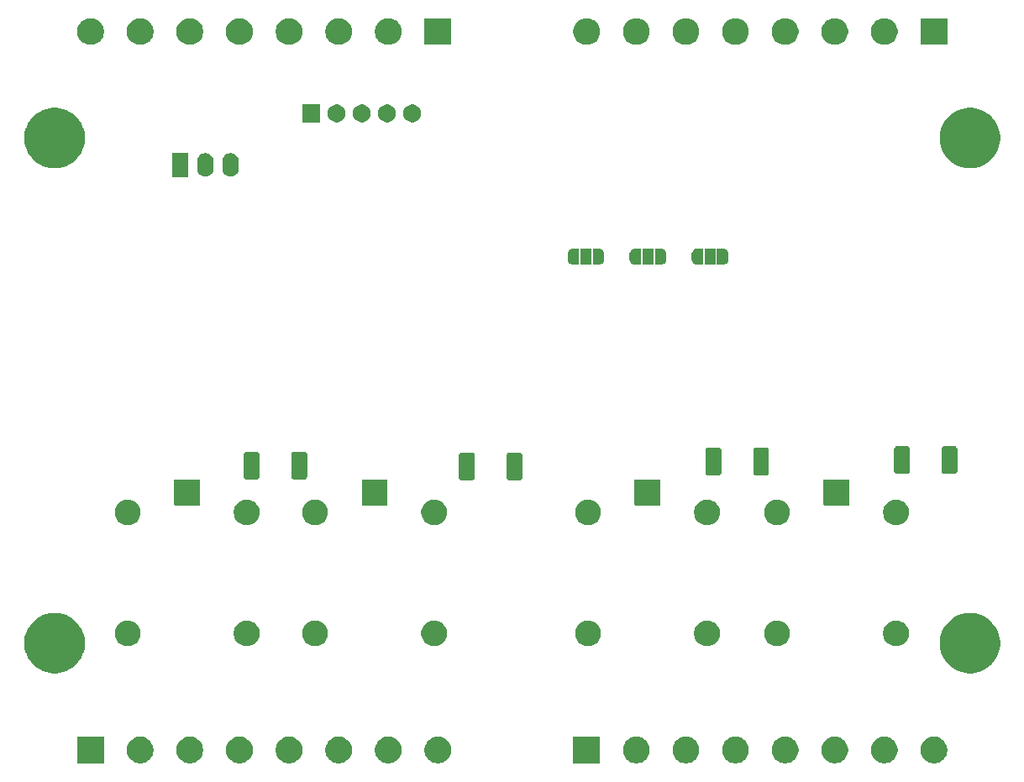
<source format=gbr>
%TF.GenerationSoftware,KiCad,Pcbnew,9.0.3*%
%TF.CreationDate,2025-10-14T20:30:44+02:00*%
%TF.ProjectId,esp32_blinds_controller,65737033-325f-4626-9c69-6e64735f636f,V0.3*%
%TF.SameCoordinates,Original*%
%TF.FileFunction,Soldermask,Bot*%
%TF.FilePolarity,Negative*%
%FSLAX46Y46*%
G04 Gerber Fmt 4.6, Leading zero omitted, Abs format (unit mm)*
G04 Created by KiCad (PCBNEW 9.0.3) date 2025-10-14 20:30:44*
%MOMM*%
%LPD*%
G01*
G04 APERTURE LIST*
G04 APERTURE END LIST*
G36*
X109994517Y-132232882D02*
G01*
X110011062Y-132243938D01*
X110022118Y-132260483D01*
X110026000Y-132280000D01*
X110026000Y-134880000D01*
X110022118Y-134899517D01*
X110011062Y-134916062D01*
X109994517Y-134927118D01*
X109975000Y-134931000D01*
X107375000Y-134931000D01*
X107355483Y-134927118D01*
X107338938Y-134916062D01*
X107327882Y-134899517D01*
X107324000Y-134880000D01*
X107324000Y-132280000D01*
X107327882Y-132260483D01*
X107338938Y-132243938D01*
X107355483Y-132232882D01*
X107375000Y-132229000D01*
X109975000Y-132229000D01*
X109994517Y-132232882D01*
G37*
G36*
X159994517Y-132232882D02*
G01*
X160011062Y-132243938D01*
X160022118Y-132260483D01*
X160026000Y-132280000D01*
X160026000Y-134880000D01*
X160022118Y-134899517D01*
X160011062Y-134916062D01*
X159994517Y-134927118D01*
X159975000Y-134931000D01*
X157375000Y-134931000D01*
X157355483Y-134927118D01*
X157338938Y-134916062D01*
X157327882Y-134899517D01*
X157324000Y-134880000D01*
X157324000Y-132280000D01*
X157327882Y-132260483D01*
X157338938Y-132243938D01*
X157355483Y-132232882D01*
X157375000Y-132229000D01*
X159975000Y-132229000D01*
X159994517Y-132232882D01*
G37*
G36*
X113990385Y-132266328D02*
G01*
X114192005Y-132331839D01*
X114380896Y-132428083D01*
X114552404Y-132552692D01*
X114702308Y-132702596D01*
X114826917Y-132874104D01*
X114923161Y-133062995D01*
X114988672Y-133264615D01*
X115021835Y-133474002D01*
X115021835Y-133685998D01*
X114988672Y-133895385D01*
X114923161Y-134097005D01*
X114826917Y-134285896D01*
X114702308Y-134457404D01*
X114552404Y-134607308D01*
X114380896Y-134731917D01*
X114192005Y-134828161D01*
X113990385Y-134893672D01*
X113780998Y-134926835D01*
X113569002Y-134926835D01*
X113359615Y-134893672D01*
X113157995Y-134828161D01*
X112969104Y-134731917D01*
X112797596Y-134607308D01*
X112647692Y-134457404D01*
X112523083Y-134285896D01*
X112426839Y-134097005D01*
X112361328Y-133895385D01*
X112328165Y-133685998D01*
X112328165Y-133474002D01*
X112361328Y-133264615D01*
X112426839Y-133062995D01*
X112523083Y-132874104D01*
X112647692Y-132702596D01*
X112797596Y-132552692D01*
X112969104Y-132428083D01*
X113157995Y-132331839D01*
X113359615Y-132266328D01*
X113569002Y-132233165D01*
X113780998Y-132233165D01*
X113990385Y-132266328D01*
G37*
G36*
X118990385Y-132266328D02*
G01*
X119192005Y-132331839D01*
X119380896Y-132428083D01*
X119552404Y-132552692D01*
X119702308Y-132702596D01*
X119826917Y-132874104D01*
X119923161Y-133062995D01*
X119988672Y-133264615D01*
X120021835Y-133474002D01*
X120021835Y-133685998D01*
X119988672Y-133895385D01*
X119923161Y-134097005D01*
X119826917Y-134285896D01*
X119702308Y-134457404D01*
X119552404Y-134607308D01*
X119380896Y-134731917D01*
X119192005Y-134828161D01*
X118990385Y-134893672D01*
X118780998Y-134926835D01*
X118569002Y-134926835D01*
X118359615Y-134893672D01*
X118157995Y-134828161D01*
X117969104Y-134731917D01*
X117797596Y-134607308D01*
X117647692Y-134457404D01*
X117523083Y-134285896D01*
X117426839Y-134097005D01*
X117361328Y-133895385D01*
X117328165Y-133685998D01*
X117328165Y-133474002D01*
X117361328Y-133264615D01*
X117426839Y-133062995D01*
X117523083Y-132874104D01*
X117647692Y-132702596D01*
X117797596Y-132552692D01*
X117969104Y-132428083D01*
X118157995Y-132331839D01*
X118359615Y-132266328D01*
X118569002Y-132233165D01*
X118780998Y-132233165D01*
X118990385Y-132266328D01*
G37*
G36*
X123990385Y-132266328D02*
G01*
X124192005Y-132331839D01*
X124380896Y-132428083D01*
X124552404Y-132552692D01*
X124702308Y-132702596D01*
X124826917Y-132874104D01*
X124923161Y-133062995D01*
X124988672Y-133264615D01*
X125021835Y-133474002D01*
X125021835Y-133685998D01*
X124988672Y-133895385D01*
X124923161Y-134097005D01*
X124826917Y-134285896D01*
X124702308Y-134457404D01*
X124552404Y-134607308D01*
X124380896Y-134731917D01*
X124192005Y-134828161D01*
X123990385Y-134893672D01*
X123780998Y-134926835D01*
X123569002Y-134926835D01*
X123359615Y-134893672D01*
X123157995Y-134828161D01*
X122969104Y-134731917D01*
X122797596Y-134607308D01*
X122647692Y-134457404D01*
X122523083Y-134285896D01*
X122426839Y-134097005D01*
X122361328Y-133895385D01*
X122328165Y-133685998D01*
X122328165Y-133474002D01*
X122361328Y-133264615D01*
X122426839Y-133062995D01*
X122523083Y-132874104D01*
X122647692Y-132702596D01*
X122797596Y-132552692D01*
X122969104Y-132428083D01*
X123157995Y-132331839D01*
X123359615Y-132266328D01*
X123569002Y-132233165D01*
X123780998Y-132233165D01*
X123990385Y-132266328D01*
G37*
G36*
X128990385Y-132266328D02*
G01*
X129192005Y-132331839D01*
X129380896Y-132428083D01*
X129552404Y-132552692D01*
X129702308Y-132702596D01*
X129826917Y-132874104D01*
X129923161Y-133062995D01*
X129988672Y-133264615D01*
X130021835Y-133474002D01*
X130021835Y-133685998D01*
X129988672Y-133895385D01*
X129923161Y-134097005D01*
X129826917Y-134285896D01*
X129702308Y-134457404D01*
X129552404Y-134607308D01*
X129380896Y-134731917D01*
X129192005Y-134828161D01*
X128990385Y-134893672D01*
X128780998Y-134926835D01*
X128569002Y-134926835D01*
X128359615Y-134893672D01*
X128157995Y-134828161D01*
X127969104Y-134731917D01*
X127797596Y-134607308D01*
X127647692Y-134457404D01*
X127523083Y-134285896D01*
X127426839Y-134097005D01*
X127361328Y-133895385D01*
X127328165Y-133685998D01*
X127328165Y-133474002D01*
X127361328Y-133264615D01*
X127426839Y-133062995D01*
X127523083Y-132874104D01*
X127647692Y-132702596D01*
X127797596Y-132552692D01*
X127969104Y-132428083D01*
X128157995Y-132331839D01*
X128359615Y-132266328D01*
X128569002Y-132233165D01*
X128780998Y-132233165D01*
X128990385Y-132266328D01*
G37*
G36*
X133990385Y-132266328D02*
G01*
X134192005Y-132331839D01*
X134380896Y-132428083D01*
X134552404Y-132552692D01*
X134702308Y-132702596D01*
X134826917Y-132874104D01*
X134923161Y-133062995D01*
X134988672Y-133264615D01*
X135021835Y-133474002D01*
X135021835Y-133685998D01*
X134988672Y-133895385D01*
X134923161Y-134097005D01*
X134826917Y-134285896D01*
X134702308Y-134457404D01*
X134552404Y-134607308D01*
X134380896Y-134731917D01*
X134192005Y-134828161D01*
X133990385Y-134893672D01*
X133780998Y-134926835D01*
X133569002Y-134926835D01*
X133359615Y-134893672D01*
X133157995Y-134828161D01*
X132969104Y-134731917D01*
X132797596Y-134607308D01*
X132647692Y-134457404D01*
X132523083Y-134285896D01*
X132426839Y-134097005D01*
X132361328Y-133895385D01*
X132328165Y-133685998D01*
X132328165Y-133474002D01*
X132361328Y-133264615D01*
X132426839Y-133062995D01*
X132523083Y-132874104D01*
X132647692Y-132702596D01*
X132797596Y-132552692D01*
X132969104Y-132428083D01*
X133157995Y-132331839D01*
X133359615Y-132266328D01*
X133569002Y-132233165D01*
X133780998Y-132233165D01*
X133990385Y-132266328D01*
G37*
G36*
X138990385Y-132266328D02*
G01*
X139192005Y-132331839D01*
X139380896Y-132428083D01*
X139552404Y-132552692D01*
X139702308Y-132702596D01*
X139826917Y-132874104D01*
X139923161Y-133062995D01*
X139988672Y-133264615D01*
X140021835Y-133474002D01*
X140021835Y-133685998D01*
X139988672Y-133895385D01*
X139923161Y-134097005D01*
X139826917Y-134285896D01*
X139702308Y-134457404D01*
X139552404Y-134607308D01*
X139380896Y-134731917D01*
X139192005Y-134828161D01*
X138990385Y-134893672D01*
X138780998Y-134926835D01*
X138569002Y-134926835D01*
X138359615Y-134893672D01*
X138157995Y-134828161D01*
X137969104Y-134731917D01*
X137797596Y-134607308D01*
X137647692Y-134457404D01*
X137523083Y-134285896D01*
X137426839Y-134097005D01*
X137361328Y-133895385D01*
X137328165Y-133685998D01*
X137328165Y-133474002D01*
X137361328Y-133264615D01*
X137426839Y-133062995D01*
X137523083Y-132874104D01*
X137647692Y-132702596D01*
X137797596Y-132552692D01*
X137969104Y-132428083D01*
X138157995Y-132331839D01*
X138359615Y-132266328D01*
X138569002Y-132233165D01*
X138780998Y-132233165D01*
X138990385Y-132266328D01*
G37*
G36*
X143990385Y-132266328D02*
G01*
X144192005Y-132331839D01*
X144380896Y-132428083D01*
X144552404Y-132552692D01*
X144702308Y-132702596D01*
X144826917Y-132874104D01*
X144923161Y-133062995D01*
X144988672Y-133264615D01*
X145021835Y-133474002D01*
X145021835Y-133685998D01*
X144988672Y-133895385D01*
X144923161Y-134097005D01*
X144826917Y-134285896D01*
X144702308Y-134457404D01*
X144552404Y-134607308D01*
X144380896Y-134731917D01*
X144192005Y-134828161D01*
X143990385Y-134893672D01*
X143780998Y-134926835D01*
X143569002Y-134926835D01*
X143359615Y-134893672D01*
X143157995Y-134828161D01*
X142969104Y-134731917D01*
X142797596Y-134607308D01*
X142647692Y-134457404D01*
X142523083Y-134285896D01*
X142426839Y-134097005D01*
X142361328Y-133895385D01*
X142328165Y-133685998D01*
X142328165Y-133474002D01*
X142361328Y-133264615D01*
X142426839Y-133062995D01*
X142523083Y-132874104D01*
X142647692Y-132702596D01*
X142797596Y-132552692D01*
X142969104Y-132428083D01*
X143157995Y-132331839D01*
X143359615Y-132266328D01*
X143569002Y-132233165D01*
X143780998Y-132233165D01*
X143990385Y-132266328D01*
G37*
G36*
X163990385Y-132266328D02*
G01*
X164192005Y-132331839D01*
X164380896Y-132428083D01*
X164552404Y-132552692D01*
X164702308Y-132702596D01*
X164826917Y-132874104D01*
X164923161Y-133062995D01*
X164988672Y-133264615D01*
X165021835Y-133474002D01*
X165021835Y-133685998D01*
X164988672Y-133895385D01*
X164923161Y-134097005D01*
X164826917Y-134285896D01*
X164702308Y-134457404D01*
X164552404Y-134607308D01*
X164380896Y-134731917D01*
X164192005Y-134828161D01*
X163990385Y-134893672D01*
X163780998Y-134926835D01*
X163569002Y-134926835D01*
X163359615Y-134893672D01*
X163157995Y-134828161D01*
X162969104Y-134731917D01*
X162797596Y-134607308D01*
X162647692Y-134457404D01*
X162523083Y-134285896D01*
X162426839Y-134097005D01*
X162361328Y-133895385D01*
X162328165Y-133685998D01*
X162328165Y-133474002D01*
X162361328Y-133264615D01*
X162426839Y-133062995D01*
X162523083Y-132874104D01*
X162647692Y-132702596D01*
X162797596Y-132552692D01*
X162969104Y-132428083D01*
X163157995Y-132331839D01*
X163359615Y-132266328D01*
X163569002Y-132233165D01*
X163780998Y-132233165D01*
X163990385Y-132266328D01*
G37*
G36*
X168990385Y-132266328D02*
G01*
X169192005Y-132331839D01*
X169380896Y-132428083D01*
X169552404Y-132552692D01*
X169702308Y-132702596D01*
X169826917Y-132874104D01*
X169923161Y-133062995D01*
X169988672Y-133264615D01*
X170021835Y-133474002D01*
X170021835Y-133685998D01*
X169988672Y-133895385D01*
X169923161Y-134097005D01*
X169826917Y-134285896D01*
X169702308Y-134457404D01*
X169552404Y-134607308D01*
X169380896Y-134731917D01*
X169192005Y-134828161D01*
X168990385Y-134893672D01*
X168780998Y-134926835D01*
X168569002Y-134926835D01*
X168359615Y-134893672D01*
X168157995Y-134828161D01*
X167969104Y-134731917D01*
X167797596Y-134607308D01*
X167647692Y-134457404D01*
X167523083Y-134285896D01*
X167426839Y-134097005D01*
X167361328Y-133895385D01*
X167328165Y-133685998D01*
X167328165Y-133474002D01*
X167361328Y-133264615D01*
X167426839Y-133062995D01*
X167523083Y-132874104D01*
X167647692Y-132702596D01*
X167797596Y-132552692D01*
X167969104Y-132428083D01*
X168157995Y-132331839D01*
X168359615Y-132266328D01*
X168569002Y-132233165D01*
X168780998Y-132233165D01*
X168990385Y-132266328D01*
G37*
G36*
X173990385Y-132266328D02*
G01*
X174192005Y-132331839D01*
X174380896Y-132428083D01*
X174552404Y-132552692D01*
X174702308Y-132702596D01*
X174826917Y-132874104D01*
X174923161Y-133062995D01*
X174988672Y-133264615D01*
X175021835Y-133474002D01*
X175021835Y-133685998D01*
X174988672Y-133895385D01*
X174923161Y-134097005D01*
X174826917Y-134285896D01*
X174702308Y-134457404D01*
X174552404Y-134607308D01*
X174380896Y-134731917D01*
X174192005Y-134828161D01*
X173990385Y-134893672D01*
X173780998Y-134926835D01*
X173569002Y-134926835D01*
X173359615Y-134893672D01*
X173157995Y-134828161D01*
X172969104Y-134731917D01*
X172797596Y-134607308D01*
X172647692Y-134457404D01*
X172523083Y-134285896D01*
X172426839Y-134097005D01*
X172361328Y-133895385D01*
X172328165Y-133685998D01*
X172328165Y-133474002D01*
X172361328Y-133264615D01*
X172426839Y-133062995D01*
X172523083Y-132874104D01*
X172647692Y-132702596D01*
X172797596Y-132552692D01*
X172969104Y-132428083D01*
X173157995Y-132331839D01*
X173359615Y-132266328D01*
X173569002Y-132233165D01*
X173780998Y-132233165D01*
X173990385Y-132266328D01*
G37*
G36*
X178990385Y-132266328D02*
G01*
X179192005Y-132331839D01*
X179380896Y-132428083D01*
X179552404Y-132552692D01*
X179702308Y-132702596D01*
X179826917Y-132874104D01*
X179923161Y-133062995D01*
X179988672Y-133264615D01*
X180021835Y-133474002D01*
X180021835Y-133685998D01*
X179988672Y-133895385D01*
X179923161Y-134097005D01*
X179826917Y-134285896D01*
X179702308Y-134457404D01*
X179552404Y-134607308D01*
X179380896Y-134731917D01*
X179192005Y-134828161D01*
X178990385Y-134893672D01*
X178780998Y-134926835D01*
X178569002Y-134926835D01*
X178359615Y-134893672D01*
X178157995Y-134828161D01*
X177969104Y-134731917D01*
X177797596Y-134607308D01*
X177647692Y-134457404D01*
X177523083Y-134285896D01*
X177426839Y-134097005D01*
X177361328Y-133895385D01*
X177328165Y-133685998D01*
X177328165Y-133474002D01*
X177361328Y-133264615D01*
X177426839Y-133062995D01*
X177523083Y-132874104D01*
X177647692Y-132702596D01*
X177797596Y-132552692D01*
X177969104Y-132428083D01*
X178157995Y-132331839D01*
X178359615Y-132266328D01*
X178569002Y-132233165D01*
X178780998Y-132233165D01*
X178990385Y-132266328D01*
G37*
G36*
X183990385Y-132266328D02*
G01*
X184192005Y-132331839D01*
X184380896Y-132428083D01*
X184552404Y-132552692D01*
X184702308Y-132702596D01*
X184826917Y-132874104D01*
X184923161Y-133062995D01*
X184988672Y-133264615D01*
X185021835Y-133474002D01*
X185021835Y-133685998D01*
X184988672Y-133895385D01*
X184923161Y-134097005D01*
X184826917Y-134285896D01*
X184702308Y-134457404D01*
X184552404Y-134607308D01*
X184380896Y-134731917D01*
X184192005Y-134828161D01*
X183990385Y-134893672D01*
X183780998Y-134926835D01*
X183569002Y-134926835D01*
X183359615Y-134893672D01*
X183157995Y-134828161D01*
X182969104Y-134731917D01*
X182797596Y-134607308D01*
X182647692Y-134457404D01*
X182523083Y-134285896D01*
X182426839Y-134097005D01*
X182361328Y-133895385D01*
X182328165Y-133685998D01*
X182328165Y-133474002D01*
X182361328Y-133264615D01*
X182426839Y-133062995D01*
X182523083Y-132874104D01*
X182647692Y-132702596D01*
X182797596Y-132552692D01*
X182969104Y-132428083D01*
X183157995Y-132331839D01*
X183359615Y-132266328D01*
X183569002Y-132233165D01*
X183780998Y-132233165D01*
X183990385Y-132266328D01*
G37*
G36*
X188990385Y-132266328D02*
G01*
X189192005Y-132331839D01*
X189380896Y-132428083D01*
X189552404Y-132552692D01*
X189702308Y-132702596D01*
X189826917Y-132874104D01*
X189923161Y-133062995D01*
X189988672Y-133264615D01*
X190021835Y-133474002D01*
X190021835Y-133685998D01*
X189988672Y-133895385D01*
X189923161Y-134097005D01*
X189826917Y-134285896D01*
X189702308Y-134457404D01*
X189552404Y-134607308D01*
X189380896Y-134731917D01*
X189192005Y-134828161D01*
X188990385Y-134893672D01*
X188780998Y-134926835D01*
X188569002Y-134926835D01*
X188359615Y-134893672D01*
X188157995Y-134828161D01*
X187969104Y-134731917D01*
X187797596Y-134607308D01*
X187647692Y-134457404D01*
X187523083Y-134285896D01*
X187426839Y-134097005D01*
X187361328Y-133895385D01*
X187328165Y-133685998D01*
X187328165Y-133474002D01*
X187361328Y-133264615D01*
X187426839Y-133062995D01*
X187523083Y-132874104D01*
X187647692Y-132702596D01*
X187797596Y-132552692D01*
X187969104Y-132428083D01*
X188157995Y-132331839D01*
X188359615Y-132266328D01*
X188569002Y-132233165D01*
X188780998Y-132233165D01*
X188990385Y-132266328D01*
G37*
G36*
X193990385Y-132266328D02*
G01*
X194192005Y-132331839D01*
X194380896Y-132428083D01*
X194552404Y-132552692D01*
X194702308Y-132702596D01*
X194826917Y-132874104D01*
X194923161Y-133062995D01*
X194988672Y-133264615D01*
X195021835Y-133474002D01*
X195021835Y-133685998D01*
X194988672Y-133895385D01*
X194923161Y-134097005D01*
X194826917Y-134285896D01*
X194702308Y-134457404D01*
X194552404Y-134607308D01*
X194380896Y-134731917D01*
X194192005Y-134828161D01*
X193990385Y-134893672D01*
X193780998Y-134926835D01*
X193569002Y-134926835D01*
X193359615Y-134893672D01*
X193157995Y-134828161D01*
X192969104Y-134731917D01*
X192797596Y-134607308D01*
X192647692Y-134457404D01*
X192523083Y-134285896D01*
X192426839Y-134097005D01*
X192361328Y-133895385D01*
X192328165Y-133685998D01*
X192328165Y-133474002D01*
X192361328Y-133264615D01*
X192426839Y-133062995D01*
X192523083Y-132874104D01*
X192647692Y-132702596D01*
X192797596Y-132552692D01*
X192969104Y-132428083D01*
X193157995Y-132331839D01*
X193359615Y-132266328D01*
X193569002Y-132233165D01*
X193780998Y-132233165D01*
X193990385Y-132266328D01*
G37*
G36*
X105561061Y-119792108D02*
G01*
X105894625Y-119868241D01*
X106217567Y-119981244D01*
X106525826Y-120129693D01*
X106815526Y-120311724D01*
X107083023Y-120525046D01*
X107324954Y-120766977D01*
X107538276Y-121034474D01*
X107720307Y-121324174D01*
X107868756Y-121632433D01*
X107981759Y-121955375D01*
X108057892Y-122288939D01*
X108096200Y-122628929D01*
X108096200Y-122971071D01*
X108057892Y-123311061D01*
X107981759Y-123644625D01*
X107868756Y-123967567D01*
X107720307Y-124275826D01*
X107538276Y-124565526D01*
X107324954Y-124833023D01*
X107083023Y-125074954D01*
X106815526Y-125288276D01*
X106525826Y-125470307D01*
X106217567Y-125618756D01*
X105894625Y-125731759D01*
X105561061Y-125807892D01*
X105221071Y-125846200D01*
X104878929Y-125846200D01*
X104538939Y-125807892D01*
X104205375Y-125731759D01*
X103882433Y-125618756D01*
X103574174Y-125470307D01*
X103284474Y-125288276D01*
X103016977Y-125074954D01*
X102775046Y-124833023D01*
X102561724Y-124565526D01*
X102379693Y-124275826D01*
X102231244Y-123967567D01*
X102118241Y-123644625D01*
X102042108Y-123311061D01*
X102003800Y-122971071D01*
X102003800Y-122628929D01*
X102042108Y-122288939D01*
X102118241Y-121955375D01*
X102231244Y-121632433D01*
X102379693Y-121324174D01*
X102561724Y-121034474D01*
X102775046Y-120766977D01*
X103016977Y-120525046D01*
X103284474Y-120311724D01*
X103574174Y-120129693D01*
X103882433Y-119981244D01*
X104205375Y-119868241D01*
X104538939Y-119792108D01*
X104878929Y-119753800D01*
X105221071Y-119753800D01*
X105561061Y-119792108D01*
G37*
G36*
X197811061Y-119792108D02*
G01*
X198144625Y-119868241D01*
X198467567Y-119981244D01*
X198775826Y-120129693D01*
X199065526Y-120311724D01*
X199333023Y-120525046D01*
X199574954Y-120766977D01*
X199788276Y-121034474D01*
X199970307Y-121324174D01*
X200118756Y-121632433D01*
X200231759Y-121955375D01*
X200307892Y-122288939D01*
X200346200Y-122628929D01*
X200346200Y-122971071D01*
X200307892Y-123311061D01*
X200231759Y-123644625D01*
X200118756Y-123967567D01*
X199970307Y-124275826D01*
X199788276Y-124565526D01*
X199574954Y-124833023D01*
X199333023Y-125074954D01*
X199065526Y-125288276D01*
X198775826Y-125470307D01*
X198467567Y-125618756D01*
X198144625Y-125731759D01*
X197811061Y-125807892D01*
X197471071Y-125846200D01*
X197128929Y-125846200D01*
X196788939Y-125807892D01*
X196455375Y-125731759D01*
X196132433Y-125618756D01*
X195824174Y-125470307D01*
X195534474Y-125288276D01*
X195266977Y-125074954D01*
X195025046Y-124833023D01*
X194811724Y-124565526D01*
X194629693Y-124275826D01*
X194481244Y-123967567D01*
X194368241Y-123644625D01*
X194292108Y-123311061D01*
X194253800Y-122971071D01*
X194253800Y-122628929D01*
X194292108Y-122288939D01*
X194368241Y-121955375D01*
X194481244Y-121632433D01*
X194629693Y-121324174D01*
X194811724Y-121034474D01*
X195025046Y-120766977D01*
X195266977Y-120525046D01*
X195534474Y-120311724D01*
X195824174Y-120129693D01*
X196132433Y-119981244D01*
X196455375Y-119868241D01*
X196788939Y-119792108D01*
X197128929Y-119753800D01*
X197471071Y-119753800D01*
X197811061Y-119792108D01*
G37*
G36*
X112703712Y-120557447D02*
G01*
X112897871Y-120620533D01*
X113079771Y-120713215D01*
X113244932Y-120833212D01*
X113389288Y-120977568D01*
X113509285Y-121142729D01*
X113601967Y-121324629D01*
X113665053Y-121518788D01*
X113696989Y-121720425D01*
X113696989Y-121924575D01*
X113665053Y-122126212D01*
X113601967Y-122320371D01*
X113509285Y-122502271D01*
X113389288Y-122667432D01*
X113244932Y-122811788D01*
X113079771Y-122931785D01*
X112897871Y-123024467D01*
X112703712Y-123087553D01*
X112502075Y-123119489D01*
X112297925Y-123119489D01*
X112096288Y-123087553D01*
X111902129Y-123024467D01*
X111720229Y-122931785D01*
X111555068Y-122811788D01*
X111410712Y-122667432D01*
X111290715Y-122502271D01*
X111198033Y-122320371D01*
X111134947Y-122126212D01*
X111103011Y-121924575D01*
X111103011Y-121720425D01*
X111134947Y-121518788D01*
X111198033Y-121324629D01*
X111290715Y-121142729D01*
X111410712Y-120977568D01*
X111555068Y-120833212D01*
X111720229Y-120713215D01*
X111902129Y-120620533D01*
X112096288Y-120557447D01*
X112297925Y-120525511D01*
X112502075Y-120525511D01*
X112703712Y-120557447D01*
G37*
G36*
X124703712Y-120557447D02*
G01*
X124897871Y-120620533D01*
X125079771Y-120713215D01*
X125244932Y-120833212D01*
X125389288Y-120977568D01*
X125509285Y-121142729D01*
X125601967Y-121324629D01*
X125665053Y-121518788D01*
X125696989Y-121720425D01*
X125696989Y-121924575D01*
X125665053Y-122126212D01*
X125601967Y-122320371D01*
X125509285Y-122502271D01*
X125389288Y-122667432D01*
X125244932Y-122811788D01*
X125079771Y-122931785D01*
X124897871Y-123024467D01*
X124703712Y-123087553D01*
X124502075Y-123119489D01*
X124297925Y-123119489D01*
X124096288Y-123087553D01*
X123902129Y-123024467D01*
X123720229Y-122931785D01*
X123555068Y-122811788D01*
X123410712Y-122667432D01*
X123290715Y-122502271D01*
X123198033Y-122320371D01*
X123134947Y-122126212D01*
X123103011Y-121924575D01*
X123103011Y-121720425D01*
X123134947Y-121518788D01*
X123198033Y-121324629D01*
X123290715Y-121142729D01*
X123410712Y-120977568D01*
X123555068Y-120833212D01*
X123720229Y-120713215D01*
X123902129Y-120620533D01*
X124096288Y-120557447D01*
X124297925Y-120525511D01*
X124502075Y-120525511D01*
X124703712Y-120557447D01*
G37*
G36*
X131603712Y-120557447D02*
G01*
X131797871Y-120620533D01*
X131979771Y-120713215D01*
X132144932Y-120833212D01*
X132289288Y-120977568D01*
X132409285Y-121142729D01*
X132501967Y-121324629D01*
X132565053Y-121518788D01*
X132596989Y-121720425D01*
X132596989Y-121924575D01*
X132565053Y-122126212D01*
X132501967Y-122320371D01*
X132409285Y-122502271D01*
X132289288Y-122667432D01*
X132144932Y-122811788D01*
X131979771Y-122931785D01*
X131797871Y-123024467D01*
X131603712Y-123087553D01*
X131402075Y-123119489D01*
X131197925Y-123119489D01*
X130996288Y-123087553D01*
X130802129Y-123024467D01*
X130620229Y-122931785D01*
X130455068Y-122811788D01*
X130310712Y-122667432D01*
X130190715Y-122502271D01*
X130098033Y-122320371D01*
X130034947Y-122126212D01*
X130003011Y-121924575D01*
X130003011Y-121720425D01*
X130034947Y-121518788D01*
X130098033Y-121324629D01*
X130190715Y-121142729D01*
X130310712Y-120977568D01*
X130455068Y-120833212D01*
X130620229Y-120713215D01*
X130802129Y-120620533D01*
X130996288Y-120557447D01*
X131197925Y-120525511D01*
X131402075Y-120525511D01*
X131603712Y-120557447D01*
G37*
G36*
X143603712Y-120557447D02*
G01*
X143797871Y-120620533D01*
X143979771Y-120713215D01*
X144144932Y-120833212D01*
X144289288Y-120977568D01*
X144409285Y-121142729D01*
X144501967Y-121324629D01*
X144565053Y-121518788D01*
X144596989Y-121720425D01*
X144596989Y-121924575D01*
X144565053Y-122126212D01*
X144501967Y-122320371D01*
X144409285Y-122502271D01*
X144289288Y-122667432D01*
X144144932Y-122811788D01*
X143979771Y-122931785D01*
X143797871Y-123024467D01*
X143603712Y-123087553D01*
X143402075Y-123119489D01*
X143197925Y-123119489D01*
X142996288Y-123087553D01*
X142802129Y-123024467D01*
X142620229Y-122931785D01*
X142455068Y-122811788D01*
X142310712Y-122667432D01*
X142190715Y-122502271D01*
X142098033Y-122320371D01*
X142034947Y-122126212D01*
X142003011Y-121924575D01*
X142003011Y-121720425D01*
X142034947Y-121518788D01*
X142098033Y-121324629D01*
X142190715Y-121142729D01*
X142310712Y-120977568D01*
X142455068Y-120833212D01*
X142620229Y-120713215D01*
X142802129Y-120620533D01*
X142996288Y-120557447D01*
X143197925Y-120525511D01*
X143402075Y-120525511D01*
X143603712Y-120557447D01*
G37*
G36*
X159103712Y-120557447D02*
G01*
X159297871Y-120620533D01*
X159479771Y-120713215D01*
X159644932Y-120833212D01*
X159789288Y-120977568D01*
X159909285Y-121142729D01*
X160001967Y-121324629D01*
X160065053Y-121518788D01*
X160096989Y-121720425D01*
X160096989Y-121924575D01*
X160065053Y-122126212D01*
X160001967Y-122320371D01*
X159909285Y-122502271D01*
X159789288Y-122667432D01*
X159644932Y-122811788D01*
X159479771Y-122931785D01*
X159297871Y-123024467D01*
X159103712Y-123087553D01*
X158902075Y-123119489D01*
X158697925Y-123119489D01*
X158496288Y-123087553D01*
X158302129Y-123024467D01*
X158120229Y-122931785D01*
X157955068Y-122811788D01*
X157810712Y-122667432D01*
X157690715Y-122502271D01*
X157598033Y-122320371D01*
X157534947Y-122126212D01*
X157503011Y-121924575D01*
X157503011Y-121720425D01*
X157534947Y-121518788D01*
X157598033Y-121324629D01*
X157690715Y-121142729D01*
X157810712Y-120977568D01*
X157955068Y-120833212D01*
X158120229Y-120713215D01*
X158302129Y-120620533D01*
X158496288Y-120557447D01*
X158697925Y-120525511D01*
X158902075Y-120525511D01*
X159103712Y-120557447D01*
G37*
G36*
X171103712Y-120557447D02*
G01*
X171297871Y-120620533D01*
X171479771Y-120713215D01*
X171644932Y-120833212D01*
X171789288Y-120977568D01*
X171909285Y-121142729D01*
X172001967Y-121324629D01*
X172065053Y-121518788D01*
X172096989Y-121720425D01*
X172096989Y-121924575D01*
X172065053Y-122126212D01*
X172001967Y-122320371D01*
X171909285Y-122502271D01*
X171789288Y-122667432D01*
X171644932Y-122811788D01*
X171479771Y-122931785D01*
X171297871Y-123024467D01*
X171103712Y-123087553D01*
X170902075Y-123119489D01*
X170697925Y-123119489D01*
X170496288Y-123087553D01*
X170302129Y-123024467D01*
X170120229Y-122931785D01*
X169955068Y-122811788D01*
X169810712Y-122667432D01*
X169690715Y-122502271D01*
X169598033Y-122320371D01*
X169534947Y-122126212D01*
X169503011Y-121924575D01*
X169503011Y-121720425D01*
X169534947Y-121518788D01*
X169598033Y-121324629D01*
X169690715Y-121142729D01*
X169810712Y-120977568D01*
X169955068Y-120833212D01*
X170120229Y-120713215D01*
X170302129Y-120620533D01*
X170496288Y-120557447D01*
X170697925Y-120525511D01*
X170902075Y-120525511D01*
X171103712Y-120557447D01*
G37*
G36*
X178153712Y-120557447D02*
G01*
X178347871Y-120620533D01*
X178529771Y-120713215D01*
X178694932Y-120833212D01*
X178839288Y-120977568D01*
X178959285Y-121142729D01*
X179051967Y-121324629D01*
X179115053Y-121518788D01*
X179146989Y-121720425D01*
X179146989Y-121924575D01*
X179115053Y-122126212D01*
X179051967Y-122320371D01*
X178959285Y-122502271D01*
X178839288Y-122667432D01*
X178694932Y-122811788D01*
X178529771Y-122931785D01*
X178347871Y-123024467D01*
X178153712Y-123087553D01*
X177952075Y-123119489D01*
X177747925Y-123119489D01*
X177546288Y-123087553D01*
X177352129Y-123024467D01*
X177170229Y-122931785D01*
X177005068Y-122811788D01*
X176860712Y-122667432D01*
X176740715Y-122502271D01*
X176648033Y-122320371D01*
X176584947Y-122126212D01*
X176553011Y-121924575D01*
X176553011Y-121720425D01*
X176584947Y-121518788D01*
X176648033Y-121324629D01*
X176740715Y-121142729D01*
X176860712Y-120977568D01*
X177005068Y-120833212D01*
X177170229Y-120713215D01*
X177352129Y-120620533D01*
X177546288Y-120557447D01*
X177747925Y-120525511D01*
X177952075Y-120525511D01*
X178153712Y-120557447D01*
G37*
G36*
X190153712Y-120557447D02*
G01*
X190347871Y-120620533D01*
X190529771Y-120713215D01*
X190694932Y-120833212D01*
X190839288Y-120977568D01*
X190959285Y-121142729D01*
X191051967Y-121324629D01*
X191115053Y-121518788D01*
X191146989Y-121720425D01*
X191146989Y-121924575D01*
X191115053Y-122126212D01*
X191051967Y-122320371D01*
X190959285Y-122502271D01*
X190839288Y-122667432D01*
X190694932Y-122811788D01*
X190529771Y-122931785D01*
X190347871Y-123024467D01*
X190153712Y-123087553D01*
X189952075Y-123119489D01*
X189747925Y-123119489D01*
X189546288Y-123087553D01*
X189352129Y-123024467D01*
X189170229Y-122931785D01*
X189005068Y-122811788D01*
X188860712Y-122667432D01*
X188740715Y-122502271D01*
X188648033Y-122320371D01*
X188584947Y-122126212D01*
X188553011Y-121924575D01*
X188553011Y-121720425D01*
X188584947Y-121518788D01*
X188648033Y-121324629D01*
X188740715Y-121142729D01*
X188860712Y-120977568D01*
X189005068Y-120833212D01*
X189170229Y-120713215D01*
X189352129Y-120620533D01*
X189546288Y-120557447D01*
X189747925Y-120525511D01*
X189952075Y-120525511D01*
X190153712Y-120557447D01*
G37*
G36*
X112703712Y-108357447D02*
G01*
X112897871Y-108420533D01*
X113079771Y-108513215D01*
X113244932Y-108633212D01*
X113389288Y-108777568D01*
X113509285Y-108942729D01*
X113601967Y-109124629D01*
X113665053Y-109318788D01*
X113696989Y-109520425D01*
X113696989Y-109724575D01*
X113665053Y-109926212D01*
X113601967Y-110120371D01*
X113509285Y-110302271D01*
X113389288Y-110467432D01*
X113244932Y-110611788D01*
X113079771Y-110731785D01*
X112897871Y-110824467D01*
X112703712Y-110887553D01*
X112502075Y-110919489D01*
X112297925Y-110919489D01*
X112096288Y-110887553D01*
X111902129Y-110824467D01*
X111720229Y-110731785D01*
X111555068Y-110611788D01*
X111410712Y-110467432D01*
X111290715Y-110302271D01*
X111198033Y-110120371D01*
X111134947Y-109926212D01*
X111103011Y-109724575D01*
X111103011Y-109520425D01*
X111134947Y-109318788D01*
X111198033Y-109124629D01*
X111290715Y-108942729D01*
X111410712Y-108777568D01*
X111555068Y-108633212D01*
X111720229Y-108513215D01*
X111902129Y-108420533D01*
X112096288Y-108357447D01*
X112297925Y-108325511D01*
X112502075Y-108325511D01*
X112703712Y-108357447D01*
G37*
G36*
X124703712Y-108357447D02*
G01*
X124897871Y-108420533D01*
X125079771Y-108513215D01*
X125244932Y-108633212D01*
X125389288Y-108777568D01*
X125509285Y-108942729D01*
X125601967Y-109124629D01*
X125665053Y-109318788D01*
X125696989Y-109520425D01*
X125696989Y-109724575D01*
X125665053Y-109926212D01*
X125601967Y-110120371D01*
X125509285Y-110302271D01*
X125389288Y-110467432D01*
X125244932Y-110611788D01*
X125079771Y-110731785D01*
X124897871Y-110824467D01*
X124703712Y-110887553D01*
X124502075Y-110919489D01*
X124297925Y-110919489D01*
X124096288Y-110887553D01*
X123902129Y-110824467D01*
X123720229Y-110731785D01*
X123555068Y-110611788D01*
X123410712Y-110467432D01*
X123290715Y-110302271D01*
X123198033Y-110120371D01*
X123134947Y-109926212D01*
X123103011Y-109724575D01*
X123103011Y-109520425D01*
X123134947Y-109318788D01*
X123198033Y-109124629D01*
X123290715Y-108942729D01*
X123410712Y-108777568D01*
X123555068Y-108633212D01*
X123720229Y-108513215D01*
X123902129Y-108420533D01*
X124096288Y-108357447D01*
X124297925Y-108325511D01*
X124502075Y-108325511D01*
X124703712Y-108357447D01*
G37*
G36*
X131603712Y-108357447D02*
G01*
X131797871Y-108420533D01*
X131979771Y-108513215D01*
X132144932Y-108633212D01*
X132289288Y-108777568D01*
X132409285Y-108942729D01*
X132501967Y-109124629D01*
X132565053Y-109318788D01*
X132596989Y-109520425D01*
X132596989Y-109724575D01*
X132565053Y-109926212D01*
X132501967Y-110120371D01*
X132409285Y-110302271D01*
X132289288Y-110467432D01*
X132144932Y-110611788D01*
X131979771Y-110731785D01*
X131797871Y-110824467D01*
X131603712Y-110887553D01*
X131402075Y-110919489D01*
X131197925Y-110919489D01*
X130996288Y-110887553D01*
X130802129Y-110824467D01*
X130620229Y-110731785D01*
X130455068Y-110611788D01*
X130310712Y-110467432D01*
X130190715Y-110302271D01*
X130098033Y-110120371D01*
X130034947Y-109926212D01*
X130003011Y-109724575D01*
X130003011Y-109520425D01*
X130034947Y-109318788D01*
X130098033Y-109124629D01*
X130190715Y-108942729D01*
X130310712Y-108777568D01*
X130455068Y-108633212D01*
X130620229Y-108513215D01*
X130802129Y-108420533D01*
X130996288Y-108357447D01*
X131197925Y-108325511D01*
X131402075Y-108325511D01*
X131603712Y-108357447D01*
G37*
G36*
X143603712Y-108357447D02*
G01*
X143797871Y-108420533D01*
X143979771Y-108513215D01*
X144144932Y-108633212D01*
X144289288Y-108777568D01*
X144409285Y-108942729D01*
X144501967Y-109124629D01*
X144565053Y-109318788D01*
X144596989Y-109520425D01*
X144596989Y-109724575D01*
X144565053Y-109926212D01*
X144501967Y-110120371D01*
X144409285Y-110302271D01*
X144289288Y-110467432D01*
X144144932Y-110611788D01*
X143979771Y-110731785D01*
X143797871Y-110824467D01*
X143603712Y-110887553D01*
X143402075Y-110919489D01*
X143197925Y-110919489D01*
X142996288Y-110887553D01*
X142802129Y-110824467D01*
X142620229Y-110731785D01*
X142455068Y-110611788D01*
X142310712Y-110467432D01*
X142190715Y-110302271D01*
X142098033Y-110120371D01*
X142034947Y-109926212D01*
X142003011Y-109724575D01*
X142003011Y-109520425D01*
X142034947Y-109318788D01*
X142098033Y-109124629D01*
X142190715Y-108942729D01*
X142310712Y-108777568D01*
X142455068Y-108633212D01*
X142620229Y-108513215D01*
X142802129Y-108420533D01*
X142996288Y-108357447D01*
X143197925Y-108325511D01*
X143402075Y-108325511D01*
X143603712Y-108357447D01*
G37*
G36*
X159103712Y-108357447D02*
G01*
X159297871Y-108420533D01*
X159479771Y-108513215D01*
X159644932Y-108633212D01*
X159789288Y-108777568D01*
X159909285Y-108942729D01*
X160001967Y-109124629D01*
X160065053Y-109318788D01*
X160096989Y-109520425D01*
X160096989Y-109724575D01*
X160065053Y-109926212D01*
X160001967Y-110120371D01*
X159909285Y-110302271D01*
X159789288Y-110467432D01*
X159644932Y-110611788D01*
X159479771Y-110731785D01*
X159297871Y-110824467D01*
X159103712Y-110887553D01*
X158902075Y-110919489D01*
X158697925Y-110919489D01*
X158496288Y-110887553D01*
X158302129Y-110824467D01*
X158120229Y-110731785D01*
X157955068Y-110611788D01*
X157810712Y-110467432D01*
X157690715Y-110302271D01*
X157598033Y-110120371D01*
X157534947Y-109926212D01*
X157503011Y-109724575D01*
X157503011Y-109520425D01*
X157534947Y-109318788D01*
X157598033Y-109124629D01*
X157690715Y-108942729D01*
X157810712Y-108777568D01*
X157955068Y-108633212D01*
X158120229Y-108513215D01*
X158302129Y-108420533D01*
X158496288Y-108357447D01*
X158697925Y-108325511D01*
X158902075Y-108325511D01*
X159103712Y-108357447D01*
G37*
G36*
X171103712Y-108357447D02*
G01*
X171297871Y-108420533D01*
X171479771Y-108513215D01*
X171644932Y-108633212D01*
X171789288Y-108777568D01*
X171909285Y-108942729D01*
X172001967Y-109124629D01*
X172065053Y-109318788D01*
X172096989Y-109520425D01*
X172096989Y-109724575D01*
X172065053Y-109926212D01*
X172001967Y-110120371D01*
X171909285Y-110302271D01*
X171789288Y-110467432D01*
X171644932Y-110611788D01*
X171479771Y-110731785D01*
X171297871Y-110824467D01*
X171103712Y-110887553D01*
X170902075Y-110919489D01*
X170697925Y-110919489D01*
X170496288Y-110887553D01*
X170302129Y-110824467D01*
X170120229Y-110731785D01*
X169955068Y-110611788D01*
X169810712Y-110467432D01*
X169690715Y-110302271D01*
X169598033Y-110120371D01*
X169534947Y-109926212D01*
X169503011Y-109724575D01*
X169503011Y-109520425D01*
X169534947Y-109318788D01*
X169598033Y-109124629D01*
X169690715Y-108942729D01*
X169810712Y-108777568D01*
X169955068Y-108633212D01*
X170120229Y-108513215D01*
X170302129Y-108420533D01*
X170496288Y-108357447D01*
X170697925Y-108325511D01*
X170902075Y-108325511D01*
X171103712Y-108357447D01*
G37*
G36*
X178153712Y-108357447D02*
G01*
X178347871Y-108420533D01*
X178529771Y-108513215D01*
X178694932Y-108633212D01*
X178839288Y-108777568D01*
X178959285Y-108942729D01*
X179051967Y-109124629D01*
X179115053Y-109318788D01*
X179146989Y-109520425D01*
X179146989Y-109724575D01*
X179115053Y-109926212D01*
X179051967Y-110120371D01*
X178959285Y-110302271D01*
X178839288Y-110467432D01*
X178694932Y-110611788D01*
X178529771Y-110731785D01*
X178347871Y-110824467D01*
X178153712Y-110887553D01*
X177952075Y-110919489D01*
X177747925Y-110919489D01*
X177546288Y-110887553D01*
X177352129Y-110824467D01*
X177170229Y-110731785D01*
X177005068Y-110611788D01*
X176860712Y-110467432D01*
X176740715Y-110302271D01*
X176648033Y-110120371D01*
X176584947Y-109926212D01*
X176553011Y-109724575D01*
X176553011Y-109520425D01*
X176584947Y-109318788D01*
X176648033Y-109124629D01*
X176740715Y-108942729D01*
X176860712Y-108777568D01*
X177005068Y-108633212D01*
X177170229Y-108513215D01*
X177352129Y-108420533D01*
X177546288Y-108357447D01*
X177747925Y-108325511D01*
X177952075Y-108325511D01*
X178153712Y-108357447D01*
G37*
G36*
X190153712Y-108357447D02*
G01*
X190347871Y-108420533D01*
X190529771Y-108513215D01*
X190694932Y-108633212D01*
X190839288Y-108777568D01*
X190959285Y-108942729D01*
X191051967Y-109124629D01*
X191115053Y-109318788D01*
X191146989Y-109520425D01*
X191146989Y-109724575D01*
X191115053Y-109926212D01*
X191051967Y-110120371D01*
X190959285Y-110302271D01*
X190839288Y-110467432D01*
X190694932Y-110611788D01*
X190529771Y-110731785D01*
X190347871Y-110824467D01*
X190153712Y-110887553D01*
X189952075Y-110919489D01*
X189747925Y-110919489D01*
X189546288Y-110887553D01*
X189352129Y-110824467D01*
X189170229Y-110731785D01*
X189005068Y-110611788D01*
X188860712Y-110467432D01*
X188740715Y-110302271D01*
X188648033Y-110120371D01*
X188584947Y-109926212D01*
X188553011Y-109724575D01*
X188553011Y-109520425D01*
X188584947Y-109318788D01*
X188648033Y-109124629D01*
X188740715Y-108942729D01*
X188860712Y-108777568D01*
X189005068Y-108633212D01*
X189170229Y-108513215D01*
X189352129Y-108420533D01*
X189546288Y-108357447D01*
X189747925Y-108325511D01*
X189952075Y-108325511D01*
X190153712Y-108357447D01*
G37*
G36*
X119669517Y-106325382D02*
G01*
X119686062Y-106336438D01*
X119697118Y-106352983D01*
X119701000Y-106372500D01*
X119701000Y-108872500D01*
X119697118Y-108892017D01*
X119686062Y-108908562D01*
X119669517Y-108919618D01*
X119650000Y-108923500D01*
X117150000Y-108923500D01*
X117130483Y-108919618D01*
X117113938Y-108908562D01*
X117102882Y-108892017D01*
X117099000Y-108872500D01*
X117099000Y-106372500D01*
X117102882Y-106352983D01*
X117113938Y-106336438D01*
X117130483Y-106325382D01*
X117150000Y-106321500D01*
X119650000Y-106321500D01*
X119669517Y-106325382D01*
G37*
G36*
X138569517Y-106325382D02*
G01*
X138586062Y-106336438D01*
X138597118Y-106352983D01*
X138601000Y-106372500D01*
X138601000Y-108872500D01*
X138597118Y-108892017D01*
X138586062Y-108908562D01*
X138569517Y-108919618D01*
X138550000Y-108923500D01*
X136050000Y-108923500D01*
X136030483Y-108919618D01*
X136013938Y-108908562D01*
X136002882Y-108892017D01*
X135999000Y-108872500D01*
X135999000Y-106372500D01*
X136002882Y-106352983D01*
X136013938Y-106336438D01*
X136030483Y-106325382D01*
X136050000Y-106321500D01*
X138550000Y-106321500D01*
X138569517Y-106325382D01*
G37*
G36*
X166069517Y-106325382D02*
G01*
X166086062Y-106336438D01*
X166097118Y-106352983D01*
X166101000Y-106372500D01*
X166101000Y-108872500D01*
X166097118Y-108892017D01*
X166086062Y-108908562D01*
X166069517Y-108919618D01*
X166050000Y-108923500D01*
X163550000Y-108923500D01*
X163530483Y-108919618D01*
X163513938Y-108908562D01*
X163502882Y-108892017D01*
X163499000Y-108872500D01*
X163499000Y-106372500D01*
X163502882Y-106352983D01*
X163513938Y-106336438D01*
X163530483Y-106325382D01*
X163550000Y-106321500D01*
X166050000Y-106321500D01*
X166069517Y-106325382D01*
G37*
G36*
X185119517Y-106325382D02*
G01*
X185136062Y-106336438D01*
X185147118Y-106352983D01*
X185151000Y-106372500D01*
X185151000Y-108872500D01*
X185147118Y-108892017D01*
X185136062Y-108908562D01*
X185119517Y-108919618D01*
X185100000Y-108923500D01*
X182600000Y-108923500D01*
X182580483Y-108919618D01*
X182563938Y-108908562D01*
X182552882Y-108892017D01*
X182549000Y-108872500D01*
X182549000Y-106372500D01*
X182552882Y-106352983D01*
X182563938Y-106336438D01*
X182580483Y-106325382D01*
X182600000Y-106321500D01*
X185100000Y-106321500D01*
X185119517Y-106325382D01*
G37*
G36*
X147168914Y-103606995D02*
G01*
X147177612Y-103610835D01*
X147185212Y-103611943D01*
X147232718Y-103635167D01*
X147270106Y-103651676D01*
X147273567Y-103655137D01*
X147274501Y-103655594D01*
X147344405Y-103725498D01*
X147344861Y-103726431D01*
X147348324Y-103729894D01*
X147364836Y-103767291D01*
X147388056Y-103814787D01*
X147389162Y-103822384D01*
X147393005Y-103831086D01*
X147401000Y-103900000D01*
X147401000Y-106100000D01*
X147393005Y-106168914D01*
X147389162Y-106177615D01*
X147388056Y-106185212D01*
X147364841Y-106232697D01*
X147348324Y-106270106D01*
X147344860Y-106273569D01*
X147344405Y-106274501D01*
X147274501Y-106344405D01*
X147273569Y-106344860D01*
X147270106Y-106348324D01*
X147232697Y-106364841D01*
X147185212Y-106388056D01*
X147177615Y-106389162D01*
X147168914Y-106393005D01*
X147100000Y-106401000D01*
X146100000Y-106401000D01*
X146031086Y-106393005D01*
X146022384Y-106389162D01*
X146014787Y-106388056D01*
X145967291Y-106364836D01*
X145929894Y-106348324D01*
X145926431Y-106344861D01*
X145925498Y-106344405D01*
X145855594Y-106274501D01*
X145855137Y-106273567D01*
X145851676Y-106270106D01*
X145835167Y-106232718D01*
X145811943Y-106185212D01*
X145810835Y-106177612D01*
X145806995Y-106168914D01*
X145799000Y-106100000D01*
X145799000Y-103900000D01*
X145806995Y-103831086D01*
X145810835Y-103822387D01*
X145811943Y-103814787D01*
X145835172Y-103767270D01*
X145851676Y-103729894D01*
X145855136Y-103726433D01*
X145855594Y-103725498D01*
X145925498Y-103655594D01*
X145926433Y-103655136D01*
X145929894Y-103651676D01*
X145967270Y-103635172D01*
X146014787Y-103611943D01*
X146022387Y-103610835D01*
X146031086Y-103606995D01*
X146100000Y-103599000D01*
X147100000Y-103599000D01*
X147168914Y-103606995D01*
G37*
G36*
X151968914Y-103606995D02*
G01*
X151977612Y-103610835D01*
X151985212Y-103611943D01*
X152032718Y-103635167D01*
X152070106Y-103651676D01*
X152073567Y-103655137D01*
X152074501Y-103655594D01*
X152144405Y-103725498D01*
X152144861Y-103726431D01*
X152148324Y-103729894D01*
X152164836Y-103767291D01*
X152188056Y-103814787D01*
X152189162Y-103822384D01*
X152193005Y-103831086D01*
X152201000Y-103900000D01*
X152201000Y-106100000D01*
X152193005Y-106168914D01*
X152189162Y-106177615D01*
X152188056Y-106185212D01*
X152164841Y-106232697D01*
X152148324Y-106270106D01*
X152144860Y-106273569D01*
X152144405Y-106274501D01*
X152074501Y-106344405D01*
X152073569Y-106344860D01*
X152070106Y-106348324D01*
X152032697Y-106364841D01*
X151985212Y-106388056D01*
X151977615Y-106389162D01*
X151968914Y-106393005D01*
X151900000Y-106401000D01*
X150900000Y-106401000D01*
X150831086Y-106393005D01*
X150822384Y-106389162D01*
X150814787Y-106388056D01*
X150767291Y-106364836D01*
X150729894Y-106348324D01*
X150726431Y-106344861D01*
X150725498Y-106344405D01*
X150655594Y-106274501D01*
X150655137Y-106273567D01*
X150651676Y-106270106D01*
X150635167Y-106232718D01*
X150611943Y-106185212D01*
X150610835Y-106177612D01*
X150606995Y-106168914D01*
X150599000Y-106100000D01*
X150599000Y-103900000D01*
X150606995Y-103831086D01*
X150610835Y-103822387D01*
X150611943Y-103814787D01*
X150635172Y-103767270D01*
X150651676Y-103729894D01*
X150655136Y-103726433D01*
X150655594Y-103725498D01*
X150725498Y-103655594D01*
X150726433Y-103655136D01*
X150729894Y-103651676D01*
X150767270Y-103635172D01*
X150814787Y-103611943D01*
X150822387Y-103610835D01*
X150831086Y-103606995D01*
X150900000Y-103599000D01*
X151900000Y-103599000D01*
X151968914Y-103606995D01*
G37*
G36*
X125468914Y-103506995D02*
G01*
X125477612Y-103510835D01*
X125485212Y-103511943D01*
X125532718Y-103535167D01*
X125570106Y-103551676D01*
X125573567Y-103555137D01*
X125574501Y-103555594D01*
X125644405Y-103625498D01*
X125644861Y-103626431D01*
X125648324Y-103629894D01*
X125664836Y-103667291D01*
X125688056Y-103714787D01*
X125689162Y-103722384D01*
X125693005Y-103731086D01*
X125701000Y-103800000D01*
X125701000Y-106000000D01*
X125693005Y-106068914D01*
X125689162Y-106077615D01*
X125688056Y-106085212D01*
X125664841Y-106132697D01*
X125648324Y-106170106D01*
X125644860Y-106173569D01*
X125644405Y-106174501D01*
X125574501Y-106244405D01*
X125573569Y-106244860D01*
X125570106Y-106248324D01*
X125532697Y-106264841D01*
X125485212Y-106288056D01*
X125477615Y-106289162D01*
X125468914Y-106293005D01*
X125400000Y-106301000D01*
X124400000Y-106301000D01*
X124331086Y-106293005D01*
X124322384Y-106289162D01*
X124314787Y-106288056D01*
X124267291Y-106264836D01*
X124229894Y-106248324D01*
X124226431Y-106244861D01*
X124225498Y-106244405D01*
X124155594Y-106174501D01*
X124155137Y-106173567D01*
X124151676Y-106170106D01*
X124135167Y-106132718D01*
X124111943Y-106085212D01*
X124110835Y-106077612D01*
X124106995Y-106068914D01*
X124099000Y-106000000D01*
X124099000Y-103800000D01*
X124106995Y-103731086D01*
X124110835Y-103722387D01*
X124111943Y-103714787D01*
X124135172Y-103667270D01*
X124151676Y-103629894D01*
X124155136Y-103626433D01*
X124155594Y-103625498D01*
X124225498Y-103555594D01*
X124226433Y-103555136D01*
X124229894Y-103551676D01*
X124267270Y-103535172D01*
X124314787Y-103511943D01*
X124322387Y-103510835D01*
X124331086Y-103506995D01*
X124400000Y-103499000D01*
X125400000Y-103499000D01*
X125468914Y-103506995D01*
G37*
G36*
X130268914Y-103506995D02*
G01*
X130277612Y-103510835D01*
X130285212Y-103511943D01*
X130332718Y-103535167D01*
X130370106Y-103551676D01*
X130373567Y-103555137D01*
X130374501Y-103555594D01*
X130444405Y-103625498D01*
X130444861Y-103626431D01*
X130448324Y-103629894D01*
X130464836Y-103667291D01*
X130488056Y-103714787D01*
X130489162Y-103722384D01*
X130493005Y-103731086D01*
X130501000Y-103800000D01*
X130501000Y-106000000D01*
X130493005Y-106068914D01*
X130489162Y-106077615D01*
X130488056Y-106085212D01*
X130464841Y-106132697D01*
X130448324Y-106170106D01*
X130444860Y-106173569D01*
X130444405Y-106174501D01*
X130374501Y-106244405D01*
X130373569Y-106244860D01*
X130370106Y-106248324D01*
X130332697Y-106264841D01*
X130285212Y-106288056D01*
X130277615Y-106289162D01*
X130268914Y-106293005D01*
X130200000Y-106301000D01*
X129200000Y-106301000D01*
X129131086Y-106293005D01*
X129122384Y-106289162D01*
X129114787Y-106288056D01*
X129067291Y-106264836D01*
X129029894Y-106248324D01*
X129026431Y-106244861D01*
X129025498Y-106244405D01*
X128955594Y-106174501D01*
X128955137Y-106173567D01*
X128951676Y-106170106D01*
X128935167Y-106132718D01*
X128911943Y-106085212D01*
X128910835Y-106077612D01*
X128906995Y-106068914D01*
X128899000Y-106000000D01*
X128899000Y-103800000D01*
X128906995Y-103731086D01*
X128910835Y-103722387D01*
X128911943Y-103714787D01*
X128935172Y-103667270D01*
X128951676Y-103629894D01*
X128955136Y-103626433D01*
X128955594Y-103625498D01*
X129025498Y-103555594D01*
X129026433Y-103555136D01*
X129029894Y-103551676D01*
X129067270Y-103535172D01*
X129114787Y-103511943D01*
X129122387Y-103510835D01*
X129131086Y-103506995D01*
X129200000Y-103499000D01*
X130200000Y-103499000D01*
X130268914Y-103506995D01*
G37*
G36*
X172018914Y-103106995D02*
G01*
X172027612Y-103110835D01*
X172035212Y-103111943D01*
X172082718Y-103135167D01*
X172120106Y-103151676D01*
X172123567Y-103155137D01*
X172124501Y-103155594D01*
X172194405Y-103225498D01*
X172194861Y-103226431D01*
X172198324Y-103229894D01*
X172214836Y-103267291D01*
X172238056Y-103314787D01*
X172239162Y-103322384D01*
X172243005Y-103331086D01*
X172251000Y-103400000D01*
X172251000Y-105600000D01*
X172243005Y-105668914D01*
X172239162Y-105677615D01*
X172238056Y-105685212D01*
X172214841Y-105732697D01*
X172198324Y-105770106D01*
X172194860Y-105773569D01*
X172194405Y-105774501D01*
X172124501Y-105844405D01*
X172123569Y-105844860D01*
X172120106Y-105848324D01*
X172082697Y-105864841D01*
X172035212Y-105888056D01*
X172027615Y-105889162D01*
X172018914Y-105893005D01*
X171950000Y-105901000D01*
X170950000Y-105901000D01*
X170881086Y-105893005D01*
X170872384Y-105889162D01*
X170864787Y-105888056D01*
X170817291Y-105864836D01*
X170779894Y-105848324D01*
X170776431Y-105844861D01*
X170775498Y-105844405D01*
X170705594Y-105774501D01*
X170705137Y-105773567D01*
X170701676Y-105770106D01*
X170685167Y-105732718D01*
X170661943Y-105685212D01*
X170660835Y-105677612D01*
X170656995Y-105668914D01*
X170649000Y-105600000D01*
X170649000Y-103400000D01*
X170656995Y-103331086D01*
X170660835Y-103322387D01*
X170661943Y-103314787D01*
X170685172Y-103267270D01*
X170701676Y-103229894D01*
X170705136Y-103226433D01*
X170705594Y-103225498D01*
X170775498Y-103155594D01*
X170776433Y-103155136D01*
X170779894Y-103151676D01*
X170817270Y-103135172D01*
X170864787Y-103111943D01*
X170872387Y-103110835D01*
X170881086Y-103106995D01*
X170950000Y-103099000D01*
X171950000Y-103099000D01*
X172018914Y-103106995D01*
G37*
G36*
X176818914Y-103106995D02*
G01*
X176827612Y-103110835D01*
X176835212Y-103111943D01*
X176882718Y-103135167D01*
X176920106Y-103151676D01*
X176923567Y-103155137D01*
X176924501Y-103155594D01*
X176994405Y-103225498D01*
X176994861Y-103226431D01*
X176998324Y-103229894D01*
X177014836Y-103267291D01*
X177038056Y-103314787D01*
X177039162Y-103322384D01*
X177043005Y-103331086D01*
X177051000Y-103400000D01*
X177051000Y-105600000D01*
X177043005Y-105668914D01*
X177039162Y-105677615D01*
X177038056Y-105685212D01*
X177014841Y-105732697D01*
X176998324Y-105770106D01*
X176994860Y-105773569D01*
X176994405Y-105774501D01*
X176924501Y-105844405D01*
X176923569Y-105844860D01*
X176920106Y-105848324D01*
X176882697Y-105864841D01*
X176835212Y-105888056D01*
X176827615Y-105889162D01*
X176818914Y-105893005D01*
X176750000Y-105901000D01*
X175750000Y-105901000D01*
X175681086Y-105893005D01*
X175672384Y-105889162D01*
X175664787Y-105888056D01*
X175617291Y-105864836D01*
X175579894Y-105848324D01*
X175576431Y-105844861D01*
X175575498Y-105844405D01*
X175505594Y-105774501D01*
X175505137Y-105773567D01*
X175501676Y-105770106D01*
X175485167Y-105732718D01*
X175461943Y-105685212D01*
X175460835Y-105677612D01*
X175456995Y-105668914D01*
X175449000Y-105600000D01*
X175449000Y-103400000D01*
X175456995Y-103331086D01*
X175460835Y-103322387D01*
X175461943Y-103314787D01*
X175485172Y-103267270D01*
X175501676Y-103229894D01*
X175505136Y-103226433D01*
X175505594Y-103225498D01*
X175575498Y-103155594D01*
X175576433Y-103155136D01*
X175579894Y-103151676D01*
X175617270Y-103135172D01*
X175664787Y-103111943D01*
X175672387Y-103110835D01*
X175681086Y-103106995D01*
X175750000Y-103099000D01*
X176750000Y-103099000D01*
X176818914Y-103106995D01*
G37*
G36*
X191018914Y-102956995D02*
G01*
X191027612Y-102960835D01*
X191035212Y-102961943D01*
X191082718Y-102985167D01*
X191120106Y-103001676D01*
X191123567Y-103005137D01*
X191124501Y-103005594D01*
X191194405Y-103075498D01*
X191194861Y-103076431D01*
X191198324Y-103079894D01*
X191214836Y-103117291D01*
X191238056Y-103164787D01*
X191239162Y-103172384D01*
X191243005Y-103181086D01*
X191251000Y-103250000D01*
X191251000Y-105450000D01*
X191243005Y-105518914D01*
X191239162Y-105527615D01*
X191238056Y-105535212D01*
X191214841Y-105582697D01*
X191198324Y-105620106D01*
X191194860Y-105623569D01*
X191194405Y-105624501D01*
X191124501Y-105694405D01*
X191123569Y-105694860D01*
X191120106Y-105698324D01*
X191082697Y-105714841D01*
X191035212Y-105738056D01*
X191027615Y-105739162D01*
X191018914Y-105743005D01*
X190950000Y-105751000D01*
X189950000Y-105751000D01*
X189881086Y-105743005D01*
X189872384Y-105739162D01*
X189864787Y-105738056D01*
X189817291Y-105714836D01*
X189779894Y-105698324D01*
X189776431Y-105694861D01*
X189775498Y-105694405D01*
X189705594Y-105624501D01*
X189705137Y-105623567D01*
X189701676Y-105620106D01*
X189685167Y-105582718D01*
X189661943Y-105535212D01*
X189660835Y-105527612D01*
X189656995Y-105518914D01*
X189649000Y-105450000D01*
X189649000Y-103250000D01*
X189656995Y-103181086D01*
X189660835Y-103172387D01*
X189661943Y-103164787D01*
X189685172Y-103117270D01*
X189701676Y-103079894D01*
X189705136Y-103076433D01*
X189705594Y-103075498D01*
X189775498Y-103005594D01*
X189776433Y-103005136D01*
X189779894Y-103001676D01*
X189817270Y-102985172D01*
X189864787Y-102961943D01*
X189872387Y-102960835D01*
X189881086Y-102956995D01*
X189950000Y-102949000D01*
X190950000Y-102949000D01*
X191018914Y-102956995D01*
G37*
G36*
X195818914Y-102956995D02*
G01*
X195827612Y-102960835D01*
X195835212Y-102961943D01*
X195882718Y-102985167D01*
X195920106Y-103001676D01*
X195923567Y-103005137D01*
X195924501Y-103005594D01*
X195994405Y-103075498D01*
X195994861Y-103076431D01*
X195998324Y-103079894D01*
X196014836Y-103117291D01*
X196038056Y-103164787D01*
X196039162Y-103172384D01*
X196043005Y-103181086D01*
X196051000Y-103250000D01*
X196051000Y-105450000D01*
X196043005Y-105518914D01*
X196039162Y-105527615D01*
X196038056Y-105535212D01*
X196014841Y-105582697D01*
X195998324Y-105620106D01*
X195994860Y-105623569D01*
X195994405Y-105624501D01*
X195924501Y-105694405D01*
X195923569Y-105694860D01*
X195920106Y-105698324D01*
X195882697Y-105714841D01*
X195835212Y-105738056D01*
X195827615Y-105739162D01*
X195818914Y-105743005D01*
X195750000Y-105751000D01*
X194750000Y-105751000D01*
X194681086Y-105743005D01*
X194672384Y-105739162D01*
X194664787Y-105738056D01*
X194617291Y-105714836D01*
X194579894Y-105698324D01*
X194576431Y-105694861D01*
X194575498Y-105694405D01*
X194505594Y-105624501D01*
X194505137Y-105623567D01*
X194501676Y-105620106D01*
X194485167Y-105582718D01*
X194461943Y-105535212D01*
X194460835Y-105527612D01*
X194456995Y-105518914D01*
X194449000Y-105450000D01*
X194449000Y-103250000D01*
X194456995Y-103181086D01*
X194460835Y-103172387D01*
X194461943Y-103164787D01*
X194485172Y-103117270D01*
X194501676Y-103079894D01*
X194505136Y-103076433D01*
X194505594Y-103075498D01*
X194575498Y-103005594D01*
X194576433Y-103005136D01*
X194579894Y-103001676D01*
X194617270Y-102985172D01*
X194664787Y-102961943D01*
X194672387Y-102960835D01*
X194681086Y-102956995D01*
X194750000Y-102949000D01*
X195750000Y-102949000D01*
X195818914Y-102956995D01*
G37*
G36*
X157878807Y-83055932D02*
G01*
X157881404Y-83056776D01*
X157881645Y-83057107D01*
X157889598Y-83060402D01*
X157896972Y-83078205D01*
X157903305Y-83086922D01*
X157904991Y-83097564D01*
X157906000Y-83100000D01*
X157906000Y-84600000D01*
X157894063Y-84628817D01*
X157893223Y-84631404D01*
X157892892Y-84631643D01*
X157889598Y-84639598D01*
X157871792Y-84646973D01*
X157863077Y-84653305D01*
X157852436Y-84654990D01*
X157850000Y-84656000D01*
X157846067Y-84656000D01*
X157307920Y-84656000D01*
X157300000Y-84656000D01*
X157289672Y-84651722D01*
X157238013Y-84651722D01*
X157234737Y-84651722D01*
X157220243Y-84649814D01*
X157094164Y-84616032D01*
X157080658Y-84610437D01*
X157077822Y-84608799D01*
X157077818Y-84608798D01*
X156970460Y-84546815D01*
X156970456Y-84546811D01*
X156967619Y-84545174D01*
X156956021Y-84536275D01*
X156863725Y-84443979D01*
X156854826Y-84432381D01*
X156853188Y-84429545D01*
X156853184Y-84429539D01*
X156791201Y-84322181D01*
X156791198Y-84322174D01*
X156789563Y-84319342D01*
X156783968Y-84305836D01*
X156783119Y-84302669D01*
X156751034Y-84182924D01*
X156751033Y-84182919D01*
X156750186Y-84179757D01*
X156748278Y-84165263D01*
X156748278Y-84125044D01*
X156747970Y-84121127D01*
X156745009Y-84102436D01*
X156744000Y-84100000D01*
X156744000Y-83600000D01*
X156748278Y-83589671D01*
X156748278Y-83534737D01*
X156750186Y-83520243D01*
X156751033Y-83517081D01*
X156751034Y-83517075D01*
X156783119Y-83397330D01*
X156783120Y-83397325D01*
X156783968Y-83394164D01*
X156789563Y-83380658D01*
X156791196Y-83377828D01*
X156791201Y-83377818D01*
X156853184Y-83270460D01*
X156853191Y-83270450D01*
X156854826Y-83267619D01*
X156863725Y-83256021D01*
X156866035Y-83253710D01*
X156866039Y-83253706D01*
X156953706Y-83166039D01*
X156953710Y-83166035D01*
X156956021Y-83163725D01*
X156967619Y-83154826D01*
X156970450Y-83153191D01*
X156970460Y-83153184D01*
X157077818Y-83091201D01*
X157077828Y-83091196D01*
X157080658Y-83089563D01*
X157094164Y-83083968D01*
X157097325Y-83083120D01*
X157097330Y-83083119D01*
X157217075Y-83051034D01*
X157217081Y-83051033D01*
X157220243Y-83050186D01*
X157234737Y-83048278D01*
X157274954Y-83048278D01*
X157278871Y-83047970D01*
X157297564Y-83045008D01*
X157300000Y-83044000D01*
X157850000Y-83044000D01*
X157878807Y-83055932D01*
G37*
G36*
X159910328Y-83048278D02*
G01*
X159961987Y-83048278D01*
X159965263Y-83048278D01*
X159979757Y-83050186D01*
X159982919Y-83051033D01*
X159982924Y-83051034D01*
X160102669Y-83083119D01*
X160102671Y-83083120D01*
X160105836Y-83083968D01*
X160119342Y-83089563D01*
X160122174Y-83091198D01*
X160122181Y-83091201D01*
X160229539Y-83153184D01*
X160229545Y-83153188D01*
X160232381Y-83154826D01*
X160243979Y-83163725D01*
X160336275Y-83256021D01*
X160345174Y-83267619D01*
X160346811Y-83270456D01*
X160346815Y-83270460D01*
X160408798Y-83377818D01*
X160408799Y-83377822D01*
X160410437Y-83380658D01*
X160416032Y-83394164D01*
X160449814Y-83520243D01*
X160451722Y-83534737D01*
X160451722Y-83538013D01*
X160451722Y-83574954D01*
X160452030Y-83578871D01*
X160454991Y-83597564D01*
X160456000Y-83600000D01*
X160456000Y-84100000D01*
X160451722Y-84110328D01*
X160451722Y-84165263D01*
X160449814Y-84179757D01*
X160416032Y-84305836D01*
X160410437Y-84319342D01*
X160345174Y-84432381D01*
X160336275Y-84443979D01*
X160243979Y-84536275D01*
X160232381Y-84545174D01*
X160229539Y-84546814D01*
X160229539Y-84546815D01*
X160122181Y-84608798D01*
X160119342Y-84610437D01*
X160105836Y-84616032D01*
X159979757Y-84649814D01*
X159965263Y-84651722D01*
X159961987Y-84651722D01*
X159925046Y-84651722D01*
X159921129Y-84652030D01*
X159902435Y-84654991D01*
X159900000Y-84656000D01*
X159896067Y-84656000D01*
X159357919Y-84656000D01*
X159350000Y-84656000D01*
X159321185Y-84644064D01*
X159318595Y-84643223D01*
X159318354Y-84642892D01*
X159310402Y-84639598D01*
X159303027Y-84621795D01*
X159296694Y-84613077D01*
X159295008Y-84602434D01*
X159294000Y-84600000D01*
X159294000Y-83100000D01*
X159305930Y-83071196D01*
X159306776Y-83068595D01*
X159307108Y-83068353D01*
X159310402Y-83060402D01*
X159328202Y-83053028D01*
X159336922Y-83046694D01*
X159347565Y-83045008D01*
X159350000Y-83044000D01*
X159900000Y-83044000D01*
X159910328Y-83048278D01*
G37*
G36*
X164128807Y-83055932D02*
G01*
X164131404Y-83056776D01*
X164131645Y-83057107D01*
X164139598Y-83060402D01*
X164146972Y-83078205D01*
X164153305Y-83086922D01*
X164154991Y-83097564D01*
X164156000Y-83100000D01*
X164156000Y-84600000D01*
X164144063Y-84628817D01*
X164143223Y-84631404D01*
X164142892Y-84631643D01*
X164139598Y-84639598D01*
X164121792Y-84646973D01*
X164113077Y-84653305D01*
X164102436Y-84654990D01*
X164100000Y-84656000D01*
X164096067Y-84656000D01*
X163557920Y-84656000D01*
X163550000Y-84656000D01*
X163539672Y-84651722D01*
X163488013Y-84651722D01*
X163484737Y-84651722D01*
X163470243Y-84649814D01*
X163344164Y-84616032D01*
X163330658Y-84610437D01*
X163327822Y-84608799D01*
X163327818Y-84608798D01*
X163220460Y-84546815D01*
X163220456Y-84546811D01*
X163217619Y-84545174D01*
X163206021Y-84536275D01*
X163113725Y-84443979D01*
X163104826Y-84432381D01*
X163103188Y-84429545D01*
X163103184Y-84429539D01*
X163041201Y-84322181D01*
X163041198Y-84322174D01*
X163039563Y-84319342D01*
X163033968Y-84305836D01*
X163033119Y-84302669D01*
X163001034Y-84182924D01*
X163001033Y-84182919D01*
X163000186Y-84179757D01*
X162998278Y-84165263D01*
X162998278Y-84125044D01*
X162997970Y-84121127D01*
X162995009Y-84102436D01*
X162994000Y-84100000D01*
X162994000Y-83600000D01*
X162998278Y-83589671D01*
X162998278Y-83534737D01*
X163000186Y-83520243D01*
X163001033Y-83517081D01*
X163001034Y-83517075D01*
X163033119Y-83397330D01*
X163033120Y-83397325D01*
X163033968Y-83394164D01*
X163039563Y-83380658D01*
X163041196Y-83377828D01*
X163041201Y-83377818D01*
X163103184Y-83270460D01*
X163103191Y-83270450D01*
X163104826Y-83267619D01*
X163113725Y-83256021D01*
X163116035Y-83253710D01*
X163116039Y-83253706D01*
X163203706Y-83166039D01*
X163203710Y-83166035D01*
X163206021Y-83163725D01*
X163217619Y-83154826D01*
X163220450Y-83153191D01*
X163220460Y-83153184D01*
X163327818Y-83091201D01*
X163327828Y-83091196D01*
X163330658Y-83089563D01*
X163344164Y-83083968D01*
X163347325Y-83083120D01*
X163347330Y-83083119D01*
X163467075Y-83051034D01*
X163467081Y-83051033D01*
X163470243Y-83050186D01*
X163484737Y-83048278D01*
X163524954Y-83048278D01*
X163528871Y-83047970D01*
X163547564Y-83045008D01*
X163550000Y-83044000D01*
X164100000Y-83044000D01*
X164128807Y-83055932D01*
G37*
G36*
X166160328Y-83048278D02*
G01*
X166211987Y-83048278D01*
X166215263Y-83048278D01*
X166229757Y-83050186D01*
X166232919Y-83051033D01*
X166232924Y-83051034D01*
X166352669Y-83083119D01*
X166352671Y-83083120D01*
X166355836Y-83083968D01*
X166369342Y-83089563D01*
X166372174Y-83091198D01*
X166372181Y-83091201D01*
X166479539Y-83153184D01*
X166479545Y-83153188D01*
X166482381Y-83154826D01*
X166493979Y-83163725D01*
X166586275Y-83256021D01*
X166595174Y-83267619D01*
X166596811Y-83270456D01*
X166596815Y-83270460D01*
X166658798Y-83377818D01*
X166658799Y-83377822D01*
X166660437Y-83380658D01*
X166666032Y-83394164D01*
X166699814Y-83520243D01*
X166701722Y-83534737D01*
X166701722Y-83538013D01*
X166701722Y-83574954D01*
X166702030Y-83578871D01*
X166704991Y-83597564D01*
X166706000Y-83600000D01*
X166706000Y-84100000D01*
X166701722Y-84110328D01*
X166701722Y-84165263D01*
X166699814Y-84179757D01*
X166666032Y-84305836D01*
X166660437Y-84319342D01*
X166595174Y-84432381D01*
X166586275Y-84443979D01*
X166493979Y-84536275D01*
X166482381Y-84545174D01*
X166479539Y-84546814D01*
X166479539Y-84546815D01*
X166372181Y-84608798D01*
X166369342Y-84610437D01*
X166355836Y-84616032D01*
X166229757Y-84649814D01*
X166215263Y-84651722D01*
X166211987Y-84651722D01*
X166175046Y-84651722D01*
X166171129Y-84652030D01*
X166152435Y-84654991D01*
X166150000Y-84656000D01*
X166146067Y-84656000D01*
X165607919Y-84656000D01*
X165600000Y-84656000D01*
X165571185Y-84644064D01*
X165568595Y-84643223D01*
X165568354Y-84642892D01*
X165560402Y-84639598D01*
X165553027Y-84621795D01*
X165546694Y-84613077D01*
X165545008Y-84602434D01*
X165544000Y-84600000D01*
X165544000Y-83100000D01*
X165555930Y-83071196D01*
X165556776Y-83068595D01*
X165557108Y-83068353D01*
X165560402Y-83060402D01*
X165578202Y-83053028D01*
X165586922Y-83046694D01*
X165597565Y-83045008D01*
X165600000Y-83044000D01*
X166150000Y-83044000D01*
X166160328Y-83048278D01*
G37*
G36*
X170378807Y-83055932D02*
G01*
X170381404Y-83056776D01*
X170381645Y-83057107D01*
X170389598Y-83060402D01*
X170396972Y-83078205D01*
X170403305Y-83086922D01*
X170404991Y-83097564D01*
X170406000Y-83100000D01*
X170406000Y-84600000D01*
X170394063Y-84628817D01*
X170393223Y-84631404D01*
X170392892Y-84631643D01*
X170389598Y-84639598D01*
X170371792Y-84646973D01*
X170363077Y-84653305D01*
X170352436Y-84654990D01*
X170350000Y-84656000D01*
X170346067Y-84656000D01*
X169807920Y-84656000D01*
X169800000Y-84656000D01*
X169789672Y-84651722D01*
X169738013Y-84651722D01*
X169734737Y-84651722D01*
X169720243Y-84649814D01*
X169594164Y-84616032D01*
X169580658Y-84610437D01*
X169577822Y-84608799D01*
X169577818Y-84608798D01*
X169470460Y-84546815D01*
X169470456Y-84546811D01*
X169467619Y-84545174D01*
X169456021Y-84536275D01*
X169363725Y-84443979D01*
X169354826Y-84432381D01*
X169353188Y-84429545D01*
X169353184Y-84429539D01*
X169291201Y-84322181D01*
X169291198Y-84322174D01*
X169289563Y-84319342D01*
X169283968Y-84305836D01*
X169283119Y-84302669D01*
X169251034Y-84182924D01*
X169251033Y-84182919D01*
X169250186Y-84179757D01*
X169248278Y-84165263D01*
X169248278Y-84125044D01*
X169247970Y-84121127D01*
X169245009Y-84102436D01*
X169244000Y-84100000D01*
X169244000Y-83600000D01*
X169248278Y-83589671D01*
X169248278Y-83534737D01*
X169250186Y-83520243D01*
X169251033Y-83517081D01*
X169251034Y-83517075D01*
X169283119Y-83397330D01*
X169283120Y-83397325D01*
X169283968Y-83394164D01*
X169289563Y-83380658D01*
X169291196Y-83377828D01*
X169291201Y-83377818D01*
X169353184Y-83270460D01*
X169353191Y-83270450D01*
X169354826Y-83267619D01*
X169363725Y-83256021D01*
X169366035Y-83253710D01*
X169366039Y-83253706D01*
X169453706Y-83166039D01*
X169453710Y-83166035D01*
X169456021Y-83163725D01*
X169467619Y-83154826D01*
X169470450Y-83153191D01*
X169470460Y-83153184D01*
X169577818Y-83091201D01*
X169577828Y-83091196D01*
X169580658Y-83089563D01*
X169594164Y-83083968D01*
X169597325Y-83083120D01*
X169597330Y-83083119D01*
X169717075Y-83051034D01*
X169717081Y-83051033D01*
X169720243Y-83050186D01*
X169734737Y-83048278D01*
X169774954Y-83048278D01*
X169778871Y-83047970D01*
X169797564Y-83045008D01*
X169800000Y-83044000D01*
X170350000Y-83044000D01*
X170378807Y-83055932D01*
G37*
G36*
X172410328Y-83048278D02*
G01*
X172461987Y-83048278D01*
X172465263Y-83048278D01*
X172479757Y-83050186D01*
X172482919Y-83051033D01*
X172482924Y-83051034D01*
X172602669Y-83083119D01*
X172602671Y-83083120D01*
X172605836Y-83083968D01*
X172619342Y-83089563D01*
X172622174Y-83091198D01*
X172622181Y-83091201D01*
X172729539Y-83153184D01*
X172729545Y-83153188D01*
X172732381Y-83154826D01*
X172743979Y-83163725D01*
X172836275Y-83256021D01*
X172845174Y-83267619D01*
X172846811Y-83270456D01*
X172846815Y-83270460D01*
X172908798Y-83377818D01*
X172908799Y-83377822D01*
X172910437Y-83380658D01*
X172916032Y-83394164D01*
X172949814Y-83520243D01*
X172951722Y-83534737D01*
X172951722Y-83538013D01*
X172951722Y-83574954D01*
X172952030Y-83578871D01*
X172954991Y-83597564D01*
X172956000Y-83600000D01*
X172956000Y-84100000D01*
X172951722Y-84110328D01*
X172951722Y-84165263D01*
X172949814Y-84179757D01*
X172916032Y-84305836D01*
X172910437Y-84319342D01*
X172845174Y-84432381D01*
X172836275Y-84443979D01*
X172743979Y-84536275D01*
X172732381Y-84545174D01*
X172729539Y-84546814D01*
X172729539Y-84546815D01*
X172622181Y-84608798D01*
X172619342Y-84610437D01*
X172605836Y-84616032D01*
X172479757Y-84649814D01*
X172465263Y-84651722D01*
X172461987Y-84651722D01*
X172425046Y-84651722D01*
X172421129Y-84652030D01*
X172402435Y-84654991D01*
X172400000Y-84656000D01*
X172396067Y-84656000D01*
X171857919Y-84656000D01*
X171850000Y-84656000D01*
X171821185Y-84644064D01*
X171818595Y-84643223D01*
X171818354Y-84642892D01*
X171810402Y-84639598D01*
X171803027Y-84621795D01*
X171796694Y-84613077D01*
X171795008Y-84602434D01*
X171794000Y-84600000D01*
X171794000Y-83100000D01*
X171805930Y-83071196D01*
X171806776Y-83068595D01*
X171807108Y-83068353D01*
X171810402Y-83060402D01*
X171828202Y-83053028D01*
X171836922Y-83046694D01*
X171847565Y-83045008D01*
X171850000Y-83044000D01*
X172400000Y-83044000D01*
X172410328Y-83048278D01*
G37*
G36*
X159119517Y-83052882D02*
G01*
X159136062Y-83063938D01*
X159147118Y-83080483D01*
X159151000Y-83100000D01*
X159151000Y-84600000D01*
X159147118Y-84619517D01*
X159136062Y-84636062D01*
X159119517Y-84647118D01*
X159100000Y-84651000D01*
X158100000Y-84651000D01*
X158080483Y-84647118D01*
X158063938Y-84636062D01*
X158052882Y-84619517D01*
X158049000Y-84600000D01*
X158049000Y-83100000D01*
X158052882Y-83080483D01*
X158063938Y-83063938D01*
X158080483Y-83052882D01*
X158100000Y-83049000D01*
X159100000Y-83049000D01*
X159119517Y-83052882D01*
G37*
G36*
X165369517Y-83052882D02*
G01*
X165386062Y-83063938D01*
X165397118Y-83080483D01*
X165401000Y-83100000D01*
X165401000Y-84600000D01*
X165397118Y-84619517D01*
X165386062Y-84636062D01*
X165369517Y-84647118D01*
X165350000Y-84651000D01*
X164350000Y-84651000D01*
X164330483Y-84647118D01*
X164313938Y-84636062D01*
X164302882Y-84619517D01*
X164299000Y-84600000D01*
X164299000Y-83100000D01*
X164302882Y-83080483D01*
X164313938Y-83063938D01*
X164330483Y-83052882D01*
X164350000Y-83049000D01*
X165350000Y-83049000D01*
X165369517Y-83052882D01*
G37*
G36*
X171619517Y-83052882D02*
G01*
X171636062Y-83063938D01*
X171647118Y-83080483D01*
X171651000Y-83100000D01*
X171651000Y-84600000D01*
X171647118Y-84619517D01*
X171636062Y-84636062D01*
X171619517Y-84647118D01*
X171600000Y-84651000D01*
X170600000Y-84651000D01*
X170580483Y-84647118D01*
X170563938Y-84636062D01*
X170552882Y-84619517D01*
X170549000Y-84600000D01*
X170549000Y-83100000D01*
X170552882Y-83080483D01*
X170563938Y-83063938D01*
X170580483Y-83052882D01*
X170600000Y-83049000D01*
X171600000Y-83049000D01*
X171619517Y-83052882D01*
G37*
G36*
X118472517Y-73410382D02*
G01*
X118489062Y-73421438D01*
X118500118Y-73437983D01*
X118504000Y-73457500D01*
X118504000Y-75757500D01*
X118500118Y-75777017D01*
X118489062Y-75793562D01*
X118472517Y-75804618D01*
X118453000Y-75808500D01*
X116953000Y-75808500D01*
X116933483Y-75804618D01*
X116916938Y-75793562D01*
X116905882Y-75777017D01*
X116902000Y-75757500D01*
X116902000Y-73457500D01*
X116905882Y-73437983D01*
X116916938Y-73421438D01*
X116933483Y-73410382D01*
X116953000Y-73406500D01*
X118453000Y-73406500D01*
X118472517Y-73410382D01*
G37*
G36*
X120475518Y-73440991D02*
G01*
X120620589Y-73501081D01*
X120751149Y-73588319D01*
X120862181Y-73699351D01*
X120949419Y-73829911D01*
X121009509Y-73974982D01*
X121040143Y-74128988D01*
X121044000Y-74207500D01*
X121044000Y-75007500D01*
X121040143Y-75086012D01*
X121009509Y-75240018D01*
X120949419Y-75385089D01*
X120862181Y-75515649D01*
X120751149Y-75626681D01*
X120620589Y-75713919D01*
X120475518Y-75774009D01*
X120321512Y-75804643D01*
X120164488Y-75804643D01*
X120010482Y-75774009D01*
X119865411Y-75713919D01*
X119734851Y-75626681D01*
X119623819Y-75515649D01*
X119536581Y-75385089D01*
X119476491Y-75240018D01*
X119445857Y-75086012D01*
X119442000Y-75007500D01*
X119442000Y-74207500D01*
X119445857Y-74128988D01*
X119476491Y-73974982D01*
X119536581Y-73829911D01*
X119623819Y-73699351D01*
X119734851Y-73588319D01*
X119865411Y-73501081D01*
X120010482Y-73440991D01*
X120164488Y-73410357D01*
X120321512Y-73410357D01*
X120475518Y-73440991D01*
G37*
G36*
X123015518Y-73440991D02*
G01*
X123160589Y-73501081D01*
X123291149Y-73588319D01*
X123402181Y-73699351D01*
X123489419Y-73829911D01*
X123549509Y-73974982D01*
X123580143Y-74128988D01*
X123584000Y-74207500D01*
X123584000Y-75007500D01*
X123580143Y-75086012D01*
X123549509Y-75240018D01*
X123489419Y-75385089D01*
X123402181Y-75515649D01*
X123291149Y-75626681D01*
X123160589Y-75713919D01*
X123015518Y-75774009D01*
X122861512Y-75804643D01*
X122704488Y-75804643D01*
X122550482Y-75774009D01*
X122405411Y-75713919D01*
X122274851Y-75626681D01*
X122163819Y-75515649D01*
X122076581Y-75385089D01*
X122016491Y-75240018D01*
X121985857Y-75086012D01*
X121982000Y-75007500D01*
X121982000Y-74207500D01*
X121985857Y-74128988D01*
X122016491Y-73974982D01*
X122076581Y-73829911D01*
X122163819Y-73699351D01*
X122274851Y-73588319D01*
X122405411Y-73501081D01*
X122550482Y-73440991D01*
X122704488Y-73410357D01*
X122861512Y-73410357D01*
X123015518Y-73440991D01*
G37*
G36*
X105561061Y-68892108D02*
G01*
X105894625Y-68968241D01*
X106217567Y-69081244D01*
X106525826Y-69229693D01*
X106815526Y-69411724D01*
X107083023Y-69625046D01*
X107324954Y-69866977D01*
X107538276Y-70134474D01*
X107720307Y-70424174D01*
X107868756Y-70732433D01*
X107981759Y-71055375D01*
X108057892Y-71388939D01*
X108096200Y-71728929D01*
X108096200Y-72071071D01*
X108057892Y-72411061D01*
X107981759Y-72744625D01*
X107868756Y-73067567D01*
X107720307Y-73375826D01*
X107538276Y-73665526D01*
X107324954Y-73933023D01*
X107083023Y-74174954D01*
X106815526Y-74388276D01*
X106525826Y-74570307D01*
X106217567Y-74718756D01*
X105894625Y-74831759D01*
X105561061Y-74907892D01*
X105221071Y-74946200D01*
X104878929Y-74946200D01*
X104538939Y-74907892D01*
X104205375Y-74831759D01*
X103882433Y-74718756D01*
X103574174Y-74570307D01*
X103284474Y-74388276D01*
X103016977Y-74174954D01*
X102775046Y-73933023D01*
X102561724Y-73665526D01*
X102379693Y-73375826D01*
X102231244Y-73067567D01*
X102118241Y-72744625D01*
X102042108Y-72411061D01*
X102003800Y-72071071D01*
X102003800Y-71728929D01*
X102042108Y-71388939D01*
X102118241Y-71055375D01*
X102231244Y-70732433D01*
X102379693Y-70424174D01*
X102561724Y-70134474D01*
X102775046Y-69866977D01*
X103016977Y-69625046D01*
X103284474Y-69411724D01*
X103574174Y-69229693D01*
X103882433Y-69081244D01*
X104205375Y-68968241D01*
X104538939Y-68892108D01*
X104878929Y-68853800D01*
X105221071Y-68853800D01*
X105561061Y-68892108D01*
G37*
G36*
X197811061Y-68892108D02*
G01*
X198144625Y-68968241D01*
X198467567Y-69081244D01*
X198775826Y-69229693D01*
X199065526Y-69411724D01*
X199333023Y-69625046D01*
X199574954Y-69866977D01*
X199788276Y-70134474D01*
X199970307Y-70424174D01*
X200118756Y-70732433D01*
X200231759Y-71055375D01*
X200307892Y-71388939D01*
X200346200Y-71728929D01*
X200346200Y-72071071D01*
X200307892Y-72411061D01*
X200231759Y-72744625D01*
X200118756Y-73067567D01*
X199970307Y-73375826D01*
X199788276Y-73665526D01*
X199574954Y-73933023D01*
X199333023Y-74174954D01*
X199065526Y-74388276D01*
X198775826Y-74570307D01*
X198467567Y-74718756D01*
X198144625Y-74831759D01*
X197811061Y-74907892D01*
X197471071Y-74946200D01*
X197128929Y-74946200D01*
X196788939Y-74907892D01*
X196455375Y-74831759D01*
X196132433Y-74718756D01*
X195824174Y-74570307D01*
X195534474Y-74388276D01*
X195266977Y-74174954D01*
X195025046Y-73933023D01*
X194811724Y-73665526D01*
X194629693Y-73375826D01*
X194481244Y-73067567D01*
X194368241Y-72744625D01*
X194292108Y-72411061D01*
X194253800Y-72071071D01*
X194253800Y-71728929D01*
X194292108Y-71388939D01*
X194368241Y-71055375D01*
X194481244Y-70732433D01*
X194629693Y-70424174D01*
X194811724Y-70134474D01*
X195025046Y-69866977D01*
X195266977Y-69625046D01*
X195534474Y-69411724D01*
X195824174Y-69229693D01*
X196132433Y-69081244D01*
X196455375Y-68968241D01*
X196788939Y-68892108D01*
X197128929Y-68853800D01*
X197471071Y-68853800D01*
X197811061Y-68892108D01*
G37*
G36*
X131794517Y-68517882D02*
G01*
X131811062Y-68528938D01*
X131822118Y-68545483D01*
X131826000Y-68565000D01*
X131826000Y-70265000D01*
X131822118Y-70284517D01*
X131811062Y-70301062D01*
X131794517Y-70312118D01*
X131775000Y-70316000D01*
X130075000Y-70316000D01*
X130055483Y-70312118D01*
X130038938Y-70301062D01*
X130027882Y-70284517D01*
X130024000Y-70265000D01*
X130024000Y-68565000D01*
X130027882Y-68545483D01*
X130038938Y-68528938D01*
X130055483Y-68517882D01*
X130075000Y-68514000D01*
X131775000Y-68514000D01*
X131794517Y-68517882D01*
G37*
G36*
X133726546Y-68552797D02*
G01*
X133889728Y-68620389D01*
X134036588Y-68718518D01*
X134161482Y-68843412D01*
X134259611Y-68990272D01*
X134327203Y-69153454D01*
X134361661Y-69326687D01*
X134361661Y-69503313D01*
X134327203Y-69676546D01*
X134259611Y-69839728D01*
X134161482Y-69986588D01*
X134036588Y-70111482D01*
X133889728Y-70209611D01*
X133726546Y-70277203D01*
X133553313Y-70311661D01*
X133376687Y-70311661D01*
X133203454Y-70277203D01*
X133040272Y-70209611D01*
X132893412Y-70111482D01*
X132768518Y-69986588D01*
X132670389Y-69839728D01*
X132602797Y-69676546D01*
X132568339Y-69503313D01*
X132568339Y-69326687D01*
X132602797Y-69153454D01*
X132670389Y-68990272D01*
X132768518Y-68843412D01*
X132893412Y-68718518D01*
X133040272Y-68620389D01*
X133203454Y-68552797D01*
X133376687Y-68518339D01*
X133553313Y-68518339D01*
X133726546Y-68552797D01*
G37*
G36*
X136266546Y-68552797D02*
G01*
X136429728Y-68620389D01*
X136576588Y-68718518D01*
X136701482Y-68843412D01*
X136799611Y-68990272D01*
X136867203Y-69153454D01*
X136901661Y-69326687D01*
X136901661Y-69503313D01*
X136867203Y-69676546D01*
X136799611Y-69839728D01*
X136701482Y-69986588D01*
X136576588Y-70111482D01*
X136429728Y-70209611D01*
X136266546Y-70277203D01*
X136093313Y-70311661D01*
X135916687Y-70311661D01*
X135743454Y-70277203D01*
X135580272Y-70209611D01*
X135433412Y-70111482D01*
X135308518Y-69986588D01*
X135210389Y-69839728D01*
X135142797Y-69676546D01*
X135108339Y-69503313D01*
X135108339Y-69326687D01*
X135142797Y-69153454D01*
X135210389Y-68990272D01*
X135308518Y-68843412D01*
X135433412Y-68718518D01*
X135580272Y-68620389D01*
X135743454Y-68552797D01*
X135916687Y-68518339D01*
X136093313Y-68518339D01*
X136266546Y-68552797D01*
G37*
G36*
X138806546Y-68552797D02*
G01*
X138969728Y-68620389D01*
X139116588Y-68718518D01*
X139241482Y-68843412D01*
X139339611Y-68990272D01*
X139407203Y-69153454D01*
X139441661Y-69326687D01*
X139441661Y-69503313D01*
X139407203Y-69676546D01*
X139339611Y-69839728D01*
X139241482Y-69986588D01*
X139116588Y-70111482D01*
X138969728Y-70209611D01*
X138806546Y-70277203D01*
X138633313Y-70311661D01*
X138456687Y-70311661D01*
X138283454Y-70277203D01*
X138120272Y-70209611D01*
X137973412Y-70111482D01*
X137848518Y-69986588D01*
X137750389Y-69839728D01*
X137682797Y-69676546D01*
X137648339Y-69503313D01*
X137648339Y-69326687D01*
X137682797Y-69153454D01*
X137750389Y-68990272D01*
X137848518Y-68843412D01*
X137973412Y-68718518D01*
X138120272Y-68620389D01*
X138283454Y-68552797D01*
X138456687Y-68518339D01*
X138633313Y-68518339D01*
X138806546Y-68552797D01*
G37*
G36*
X141346546Y-68552797D02*
G01*
X141509728Y-68620389D01*
X141656588Y-68718518D01*
X141781482Y-68843412D01*
X141879611Y-68990272D01*
X141947203Y-69153454D01*
X141981661Y-69326687D01*
X141981661Y-69503313D01*
X141947203Y-69676546D01*
X141879611Y-69839728D01*
X141781482Y-69986588D01*
X141656588Y-70111482D01*
X141509728Y-70209611D01*
X141346546Y-70277203D01*
X141173313Y-70311661D01*
X140996687Y-70311661D01*
X140823454Y-70277203D01*
X140660272Y-70209611D01*
X140513412Y-70111482D01*
X140388518Y-69986588D01*
X140290389Y-69839728D01*
X140222797Y-69676546D01*
X140188339Y-69503313D01*
X140188339Y-69326687D01*
X140222797Y-69153454D01*
X140290389Y-68990272D01*
X140388518Y-68843412D01*
X140513412Y-68718518D01*
X140660272Y-68620389D01*
X140823454Y-68552797D01*
X140996687Y-68518339D01*
X141173313Y-68518339D01*
X141346546Y-68552797D01*
G37*
G36*
X144994517Y-59812882D02*
G01*
X145011062Y-59823938D01*
X145022118Y-59840483D01*
X145026000Y-59860000D01*
X145026000Y-62460000D01*
X145022118Y-62479517D01*
X145011062Y-62496062D01*
X144994517Y-62507118D01*
X144975000Y-62511000D01*
X142375000Y-62511000D01*
X142355483Y-62507118D01*
X142338938Y-62496062D01*
X142327882Y-62479517D01*
X142324000Y-62460000D01*
X142324000Y-59860000D01*
X142327882Y-59840483D01*
X142338938Y-59823938D01*
X142355483Y-59812882D01*
X142375000Y-59809000D01*
X144975000Y-59809000D01*
X144994517Y-59812882D01*
G37*
G36*
X194994517Y-59812882D02*
G01*
X195011062Y-59823938D01*
X195022118Y-59840483D01*
X195026000Y-59860000D01*
X195026000Y-62460000D01*
X195022118Y-62479517D01*
X195011062Y-62496062D01*
X194994517Y-62507118D01*
X194975000Y-62511000D01*
X192375000Y-62511000D01*
X192355483Y-62507118D01*
X192338938Y-62496062D01*
X192327882Y-62479517D01*
X192324000Y-62460000D01*
X192324000Y-59860000D01*
X192327882Y-59840483D01*
X192338938Y-59823938D01*
X192355483Y-59812882D01*
X192375000Y-59809000D01*
X194975000Y-59809000D01*
X194994517Y-59812882D01*
G37*
G36*
X108990385Y-59846328D02*
G01*
X109192005Y-59911839D01*
X109380896Y-60008083D01*
X109552404Y-60132692D01*
X109702308Y-60282596D01*
X109826917Y-60454104D01*
X109923161Y-60642995D01*
X109988672Y-60844615D01*
X110021835Y-61054002D01*
X110021835Y-61265998D01*
X109988672Y-61475385D01*
X109923161Y-61677005D01*
X109826917Y-61865896D01*
X109702308Y-62037404D01*
X109552404Y-62187308D01*
X109380896Y-62311917D01*
X109192005Y-62408161D01*
X108990385Y-62473672D01*
X108780998Y-62506835D01*
X108569002Y-62506835D01*
X108359615Y-62473672D01*
X108157995Y-62408161D01*
X107969104Y-62311917D01*
X107797596Y-62187308D01*
X107647692Y-62037404D01*
X107523083Y-61865896D01*
X107426839Y-61677005D01*
X107361328Y-61475385D01*
X107328165Y-61265998D01*
X107328165Y-61054002D01*
X107361328Y-60844615D01*
X107426839Y-60642995D01*
X107523083Y-60454104D01*
X107647692Y-60282596D01*
X107797596Y-60132692D01*
X107969104Y-60008083D01*
X108157995Y-59911839D01*
X108359615Y-59846328D01*
X108569002Y-59813165D01*
X108780998Y-59813165D01*
X108990385Y-59846328D01*
G37*
G36*
X113990385Y-59846328D02*
G01*
X114192005Y-59911839D01*
X114380896Y-60008083D01*
X114552404Y-60132692D01*
X114702308Y-60282596D01*
X114826917Y-60454104D01*
X114923161Y-60642995D01*
X114988672Y-60844615D01*
X115021835Y-61054002D01*
X115021835Y-61265998D01*
X114988672Y-61475385D01*
X114923161Y-61677005D01*
X114826917Y-61865896D01*
X114702308Y-62037404D01*
X114552404Y-62187308D01*
X114380896Y-62311917D01*
X114192005Y-62408161D01*
X113990385Y-62473672D01*
X113780998Y-62506835D01*
X113569002Y-62506835D01*
X113359615Y-62473672D01*
X113157995Y-62408161D01*
X112969104Y-62311917D01*
X112797596Y-62187308D01*
X112647692Y-62037404D01*
X112523083Y-61865896D01*
X112426839Y-61677005D01*
X112361328Y-61475385D01*
X112328165Y-61265998D01*
X112328165Y-61054002D01*
X112361328Y-60844615D01*
X112426839Y-60642995D01*
X112523083Y-60454104D01*
X112647692Y-60282596D01*
X112797596Y-60132692D01*
X112969104Y-60008083D01*
X113157995Y-59911839D01*
X113359615Y-59846328D01*
X113569002Y-59813165D01*
X113780998Y-59813165D01*
X113990385Y-59846328D01*
G37*
G36*
X118990385Y-59846328D02*
G01*
X119192005Y-59911839D01*
X119380896Y-60008083D01*
X119552404Y-60132692D01*
X119702308Y-60282596D01*
X119826917Y-60454104D01*
X119923161Y-60642995D01*
X119988672Y-60844615D01*
X120021835Y-61054002D01*
X120021835Y-61265998D01*
X119988672Y-61475385D01*
X119923161Y-61677005D01*
X119826917Y-61865896D01*
X119702308Y-62037404D01*
X119552404Y-62187308D01*
X119380896Y-62311917D01*
X119192005Y-62408161D01*
X118990385Y-62473672D01*
X118780998Y-62506835D01*
X118569002Y-62506835D01*
X118359615Y-62473672D01*
X118157995Y-62408161D01*
X117969104Y-62311917D01*
X117797596Y-62187308D01*
X117647692Y-62037404D01*
X117523083Y-61865896D01*
X117426839Y-61677005D01*
X117361328Y-61475385D01*
X117328165Y-61265998D01*
X117328165Y-61054002D01*
X117361328Y-60844615D01*
X117426839Y-60642995D01*
X117523083Y-60454104D01*
X117647692Y-60282596D01*
X117797596Y-60132692D01*
X117969104Y-60008083D01*
X118157995Y-59911839D01*
X118359615Y-59846328D01*
X118569002Y-59813165D01*
X118780998Y-59813165D01*
X118990385Y-59846328D01*
G37*
G36*
X123990385Y-59846328D02*
G01*
X124192005Y-59911839D01*
X124380896Y-60008083D01*
X124552404Y-60132692D01*
X124702308Y-60282596D01*
X124826917Y-60454104D01*
X124923161Y-60642995D01*
X124988672Y-60844615D01*
X125021835Y-61054002D01*
X125021835Y-61265998D01*
X124988672Y-61475385D01*
X124923161Y-61677005D01*
X124826917Y-61865896D01*
X124702308Y-62037404D01*
X124552404Y-62187308D01*
X124380896Y-62311917D01*
X124192005Y-62408161D01*
X123990385Y-62473672D01*
X123780998Y-62506835D01*
X123569002Y-62506835D01*
X123359615Y-62473672D01*
X123157995Y-62408161D01*
X122969104Y-62311917D01*
X122797596Y-62187308D01*
X122647692Y-62037404D01*
X122523083Y-61865896D01*
X122426839Y-61677005D01*
X122361328Y-61475385D01*
X122328165Y-61265998D01*
X122328165Y-61054002D01*
X122361328Y-60844615D01*
X122426839Y-60642995D01*
X122523083Y-60454104D01*
X122647692Y-60282596D01*
X122797596Y-60132692D01*
X122969104Y-60008083D01*
X123157995Y-59911839D01*
X123359615Y-59846328D01*
X123569002Y-59813165D01*
X123780998Y-59813165D01*
X123990385Y-59846328D01*
G37*
G36*
X128990385Y-59846328D02*
G01*
X129192005Y-59911839D01*
X129380896Y-60008083D01*
X129552404Y-60132692D01*
X129702308Y-60282596D01*
X129826917Y-60454104D01*
X129923161Y-60642995D01*
X129988672Y-60844615D01*
X130021835Y-61054002D01*
X130021835Y-61265998D01*
X129988672Y-61475385D01*
X129923161Y-61677005D01*
X129826917Y-61865896D01*
X129702308Y-62037404D01*
X129552404Y-62187308D01*
X129380896Y-62311917D01*
X129192005Y-62408161D01*
X128990385Y-62473672D01*
X128780998Y-62506835D01*
X128569002Y-62506835D01*
X128359615Y-62473672D01*
X128157995Y-62408161D01*
X127969104Y-62311917D01*
X127797596Y-62187308D01*
X127647692Y-62037404D01*
X127523083Y-61865896D01*
X127426839Y-61677005D01*
X127361328Y-61475385D01*
X127328165Y-61265998D01*
X127328165Y-61054002D01*
X127361328Y-60844615D01*
X127426839Y-60642995D01*
X127523083Y-60454104D01*
X127647692Y-60282596D01*
X127797596Y-60132692D01*
X127969104Y-60008083D01*
X128157995Y-59911839D01*
X128359615Y-59846328D01*
X128569002Y-59813165D01*
X128780998Y-59813165D01*
X128990385Y-59846328D01*
G37*
G36*
X133990385Y-59846328D02*
G01*
X134192005Y-59911839D01*
X134380896Y-60008083D01*
X134552404Y-60132692D01*
X134702308Y-60282596D01*
X134826917Y-60454104D01*
X134923161Y-60642995D01*
X134988672Y-60844615D01*
X135021835Y-61054002D01*
X135021835Y-61265998D01*
X134988672Y-61475385D01*
X134923161Y-61677005D01*
X134826917Y-61865896D01*
X134702308Y-62037404D01*
X134552404Y-62187308D01*
X134380896Y-62311917D01*
X134192005Y-62408161D01*
X133990385Y-62473672D01*
X133780998Y-62506835D01*
X133569002Y-62506835D01*
X133359615Y-62473672D01*
X133157995Y-62408161D01*
X132969104Y-62311917D01*
X132797596Y-62187308D01*
X132647692Y-62037404D01*
X132523083Y-61865896D01*
X132426839Y-61677005D01*
X132361328Y-61475385D01*
X132328165Y-61265998D01*
X132328165Y-61054002D01*
X132361328Y-60844615D01*
X132426839Y-60642995D01*
X132523083Y-60454104D01*
X132647692Y-60282596D01*
X132797596Y-60132692D01*
X132969104Y-60008083D01*
X133157995Y-59911839D01*
X133359615Y-59846328D01*
X133569002Y-59813165D01*
X133780998Y-59813165D01*
X133990385Y-59846328D01*
G37*
G36*
X138990385Y-59846328D02*
G01*
X139192005Y-59911839D01*
X139380896Y-60008083D01*
X139552404Y-60132692D01*
X139702308Y-60282596D01*
X139826917Y-60454104D01*
X139923161Y-60642995D01*
X139988672Y-60844615D01*
X140021835Y-61054002D01*
X140021835Y-61265998D01*
X139988672Y-61475385D01*
X139923161Y-61677005D01*
X139826917Y-61865896D01*
X139702308Y-62037404D01*
X139552404Y-62187308D01*
X139380896Y-62311917D01*
X139192005Y-62408161D01*
X138990385Y-62473672D01*
X138780998Y-62506835D01*
X138569002Y-62506835D01*
X138359615Y-62473672D01*
X138157995Y-62408161D01*
X137969104Y-62311917D01*
X137797596Y-62187308D01*
X137647692Y-62037404D01*
X137523083Y-61865896D01*
X137426839Y-61677005D01*
X137361328Y-61475385D01*
X137328165Y-61265998D01*
X137328165Y-61054002D01*
X137361328Y-60844615D01*
X137426839Y-60642995D01*
X137523083Y-60454104D01*
X137647692Y-60282596D01*
X137797596Y-60132692D01*
X137969104Y-60008083D01*
X138157995Y-59911839D01*
X138359615Y-59846328D01*
X138569002Y-59813165D01*
X138780998Y-59813165D01*
X138990385Y-59846328D01*
G37*
G36*
X158990385Y-59846328D02*
G01*
X159192005Y-59911839D01*
X159380896Y-60008083D01*
X159552404Y-60132692D01*
X159702308Y-60282596D01*
X159826917Y-60454104D01*
X159923161Y-60642995D01*
X159988672Y-60844615D01*
X160021835Y-61054002D01*
X160021835Y-61265998D01*
X159988672Y-61475385D01*
X159923161Y-61677005D01*
X159826917Y-61865896D01*
X159702308Y-62037404D01*
X159552404Y-62187308D01*
X159380896Y-62311917D01*
X159192005Y-62408161D01*
X158990385Y-62473672D01*
X158780998Y-62506835D01*
X158569002Y-62506835D01*
X158359615Y-62473672D01*
X158157995Y-62408161D01*
X157969104Y-62311917D01*
X157797596Y-62187308D01*
X157647692Y-62037404D01*
X157523083Y-61865896D01*
X157426839Y-61677005D01*
X157361328Y-61475385D01*
X157328165Y-61265998D01*
X157328165Y-61054002D01*
X157361328Y-60844615D01*
X157426839Y-60642995D01*
X157523083Y-60454104D01*
X157647692Y-60282596D01*
X157797596Y-60132692D01*
X157969104Y-60008083D01*
X158157995Y-59911839D01*
X158359615Y-59846328D01*
X158569002Y-59813165D01*
X158780998Y-59813165D01*
X158990385Y-59846328D01*
G37*
G36*
X163990385Y-59846328D02*
G01*
X164192005Y-59911839D01*
X164380896Y-60008083D01*
X164552404Y-60132692D01*
X164702308Y-60282596D01*
X164826917Y-60454104D01*
X164923161Y-60642995D01*
X164988672Y-60844615D01*
X165021835Y-61054002D01*
X165021835Y-61265998D01*
X164988672Y-61475385D01*
X164923161Y-61677005D01*
X164826917Y-61865896D01*
X164702308Y-62037404D01*
X164552404Y-62187308D01*
X164380896Y-62311917D01*
X164192005Y-62408161D01*
X163990385Y-62473672D01*
X163780998Y-62506835D01*
X163569002Y-62506835D01*
X163359615Y-62473672D01*
X163157995Y-62408161D01*
X162969104Y-62311917D01*
X162797596Y-62187308D01*
X162647692Y-62037404D01*
X162523083Y-61865896D01*
X162426839Y-61677005D01*
X162361328Y-61475385D01*
X162328165Y-61265998D01*
X162328165Y-61054002D01*
X162361328Y-60844615D01*
X162426839Y-60642995D01*
X162523083Y-60454104D01*
X162647692Y-60282596D01*
X162797596Y-60132692D01*
X162969104Y-60008083D01*
X163157995Y-59911839D01*
X163359615Y-59846328D01*
X163569002Y-59813165D01*
X163780998Y-59813165D01*
X163990385Y-59846328D01*
G37*
G36*
X168990385Y-59846328D02*
G01*
X169192005Y-59911839D01*
X169380896Y-60008083D01*
X169552404Y-60132692D01*
X169702308Y-60282596D01*
X169826917Y-60454104D01*
X169923161Y-60642995D01*
X169988672Y-60844615D01*
X170021835Y-61054002D01*
X170021835Y-61265998D01*
X169988672Y-61475385D01*
X169923161Y-61677005D01*
X169826917Y-61865896D01*
X169702308Y-62037404D01*
X169552404Y-62187308D01*
X169380896Y-62311917D01*
X169192005Y-62408161D01*
X168990385Y-62473672D01*
X168780998Y-62506835D01*
X168569002Y-62506835D01*
X168359615Y-62473672D01*
X168157995Y-62408161D01*
X167969104Y-62311917D01*
X167797596Y-62187308D01*
X167647692Y-62037404D01*
X167523083Y-61865896D01*
X167426839Y-61677005D01*
X167361328Y-61475385D01*
X167328165Y-61265998D01*
X167328165Y-61054002D01*
X167361328Y-60844615D01*
X167426839Y-60642995D01*
X167523083Y-60454104D01*
X167647692Y-60282596D01*
X167797596Y-60132692D01*
X167969104Y-60008083D01*
X168157995Y-59911839D01*
X168359615Y-59846328D01*
X168569002Y-59813165D01*
X168780998Y-59813165D01*
X168990385Y-59846328D01*
G37*
G36*
X173990385Y-59846328D02*
G01*
X174192005Y-59911839D01*
X174380896Y-60008083D01*
X174552404Y-60132692D01*
X174702308Y-60282596D01*
X174826917Y-60454104D01*
X174923161Y-60642995D01*
X174988672Y-60844615D01*
X175021835Y-61054002D01*
X175021835Y-61265998D01*
X174988672Y-61475385D01*
X174923161Y-61677005D01*
X174826917Y-61865896D01*
X174702308Y-62037404D01*
X174552404Y-62187308D01*
X174380896Y-62311917D01*
X174192005Y-62408161D01*
X173990385Y-62473672D01*
X173780998Y-62506835D01*
X173569002Y-62506835D01*
X173359615Y-62473672D01*
X173157995Y-62408161D01*
X172969104Y-62311917D01*
X172797596Y-62187308D01*
X172647692Y-62037404D01*
X172523083Y-61865896D01*
X172426839Y-61677005D01*
X172361328Y-61475385D01*
X172328165Y-61265998D01*
X172328165Y-61054002D01*
X172361328Y-60844615D01*
X172426839Y-60642995D01*
X172523083Y-60454104D01*
X172647692Y-60282596D01*
X172797596Y-60132692D01*
X172969104Y-60008083D01*
X173157995Y-59911839D01*
X173359615Y-59846328D01*
X173569002Y-59813165D01*
X173780998Y-59813165D01*
X173990385Y-59846328D01*
G37*
G36*
X178990385Y-59846328D02*
G01*
X179192005Y-59911839D01*
X179380896Y-60008083D01*
X179552404Y-60132692D01*
X179702308Y-60282596D01*
X179826917Y-60454104D01*
X179923161Y-60642995D01*
X179988672Y-60844615D01*
X180021835Y-61054002D01*
X180021835Y-61265998D01*
X179988672Y-61475385D01*
X179923161Y-61677005D01*
X179826917Y-61865896D01*
X179702308Y-62037404D01*
X179552404Y-62187308D01*
X179380896Y-62311917D01*
X179192005Y-62408161D01*
X178990385Y-62473672D01*
X178780998Y-62506835D01*
X178569002Y-62506835D01*
X178359615Y-62473672D01*
X178157995Y-62408161D01*
X177969104Y-62311917D01*
X177797596Y-62187308D01*
X177647692Y-62037404D01*
X177523083Y-61865896D01*
X177426839Y-61677005D01*
X177361328Y-61475385D01*
X177328165Y-61265998D01*
X177328165Y-61054002D01*
X177361328Y-60844615D01*
X177426839Y-60642995D01*
X177523083Y-60454104D01*
X177647692Y-60282596D01*
X177797596Y-60132692D01*
X177969104Y-60008083D01*
X178157995Y-59911839D01*
X178359615Y-59846328D01*
X178569002Y-59813165D01*
X178780998Y-59813165D01*
X178990385Y-59846328D01*
G37*
G36*
X183990385Y-59846328D02*
G01*
X184192005Y-59911839D01*
X184380896Y-60008083D01*
X184552404Y-60132692D01*
X184702308Y-60282596D01*
X184826917Y-60454104D01*
X184923161Y-60642995D01*
X184988672Y-60844615D01*
X185021835Y-61054002D01*
X185021835Y-61265998D01*
X184988672Y-61475385D01*
X184923161Y-61677005D01*
X184826917Y-61865896D01*
X184702308Y-62037404D01*
X184552404Y-62187308D01*
X184380896Y-62311917D01*
X184192005Y-62408161D01*
X183990385Y-62473672D01*
X183780998Y-62506835D01*
X183569002Y-62506835D01*
X183359615Y-62473672D01*
X183157995Y-62408161D01*
X182969104Y-62311917D01*
X182797596Y-62187308D01*
X182647692Y-62037404D01*
X182523083Y-61865896D01*
X182426839Y-61677005D01*
X182361328Y-61475385D01*
X182328165Y-61265998D01*
X182328165Y-61054002D01*
X182361328Y-60844615D01*
X182426839Y-60642995D01*
X182523083Y-60454104D01*
X182647692Y-60282596D01*
X182797596Y-60132692D01*
X182969104Y-60008083D01*
X183157995Y-59911839D01*
X183359615Y-59846328D01*
X183569002Y-59813165D01*
X183780998Y-59813165D01*
X183990385Y-59846328D01*
G37*
G36*
X188990385Y-59846328D02*
G01*
X189192005Y-59911839D01*
X189380896Y-60008083D01*
X189552404Y-60132692D01*
X189702308Y-60282596D01*
X189826917Y-60454104D01*
X189923161Y-60642995D01*
X189988672Y-60844615D01*
X190021835Y-61054002D01*
X190021835Y-61265998D01*
X189988672Y-61475385D01*
X189923161Y-61677005D01*
X189826917Y-61865896D01*
X189702308Y-62037404D01*
X189552404Y-62187308D01*
X189380896Y-62311917D01*
X189192005Y-62408161D01*
X188990385Y-62473672D01*
X188780998Y-62506835D01*
X188569002Y-62506835D01*
X188359615Y-62473672D01*
X188157995Y-62408161D01*
X187969104Y-62311917D01*
X187797596Y-62187308D01*
X187647692Y-62037404D01*
X187523083Y-61865896D01*
X187426839Y-61677005D01*
X187361328Y-61475385D01*
X187328165Y-61265998D01*
X187328165Y-61054002D01*
X187361328Y-60844615D01*
X187426839Y-60642995D01*
X187523083Y-60454104D01*
X187647692Y-60282596D01*
X187797596Y-60132692D01*
X187969104Y-60008083D01*
X188157995Y-59911839D01*
X188359615Y-59846328D01*
X188569002Y-59813165D01*
X188780998Y-59813165D01*
X188990385Y-59846328D01*
G37*
M02*

</source>
